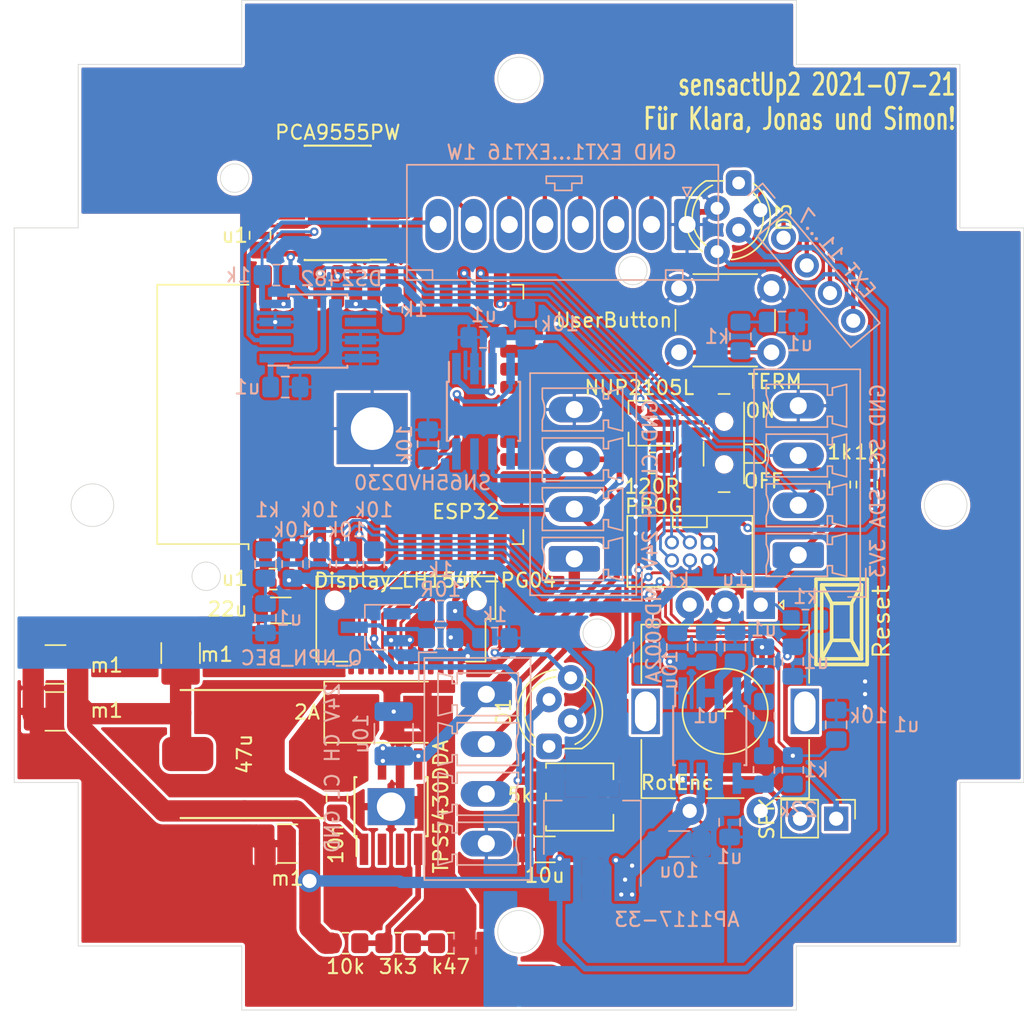
<source format=kicad_pcb>
(kicad_pcb (version 20171130) (host pcbnew "(5.1.8)-1")
  (layers (0 F.Cu signal) (31 B.Cu signal) (34 B.Paste user hide) (35 F.Paste user hide) (36 B.SilkS user hide) (37 F.SilkS user) (38 B.Mask user hide) (39 F.Mask user hide) (44 Edge.Cuts user))
  (net 0 "")
  (net 1 +24V)
  (net 2 ROT1_A)
  (net 3 ROT1_B)
  (net 4 IO0)
  (net 5 "Net-(C6-Pad1)")
  (net 6 +3V3)
  (net 7 EXT_SCL)
  (net 8 EXT_SDA)
  (net 9 RXD0)
  (net 10 TXD0)
  (net 11 EN)
  (net 12 "Net-(Q3-Pad1)")
  (net 13 "Net-(Q3-Pad3)")
  (net 14 "Net-(R3-Pad1)")
  (net 15 "Net-(R4-Pad1)")
  (net 16 "Net-(R5-Pad2)")
  (net 17 "Net-(R9-Pad1)")
  (net 18 SPK_OUT)
  (net 19 LCD_BL)
  (net 20 I2C_SDA)
  (net 21 I2C_SCL)
  (net 22 LCD_RES)
  (net 23 LCD_CLK)
  (net 24 LCD_DC)
  (net 25 LCD_MOSI)
  (net 26 CANR)
  (net 27 CANT)
  (net 28 CANH)
  (net 29 CANL)
  (net 30 1W)
  (net 31 GND)
  (net 32 /LEDK)
  (net 33 GNDD)
  (net 34 "Net-(C7-Pad2)")
  (net 35 "Net-(C7-Pad1)")
  (net 36 "Net-(C13-Pad2)")
  (net 37 /psu/SW)
  (net 38 "Net-(D1-Pad1)")
  (net 39 "Net-(IC1-Pad8)")
  (net 40 "Net-(IC1-Pad5)")
  (net 41 "Net-(IC1-Pad4)")
  (net 42 /psu/VSENSE)
  (net 43 "Net-(R11-Pad2)")
  (net 44 "Net-(U1-Pad32)")
  (net 45 "Net-(U1-Pad23)")
  (net 46 "Net-(U1-Pad22)")
  (net 47 "Net-(U1-Pad21)")
  (net 48 "Net-(U1-Pad20)")
  (net 49 "Net-(U1-Pad19)")
  (net 50 "Net-(U1-Pad18)")
  (net 51 "Net-(U1-Pad17)")
  (net 52 "Net-(U2-Pad3)")
  (net 53 "Net-(U2-Pad2)")
  (net 54 "Net-(U3-Pad6)")
  (net 55 "Net-(U4-Pad5)")
  (net 56 "Net-(C18-Pad1)")
  (net 57 +4V)
  (net 58 "Net-(U1-Pad16)")
  (net 59 LED)
  (net 60 EXT7)
  (net 61 EXT6)
  (net 62 EXT5)
  (net 63 EXT4)
  (net 64 EXT3)
  (net 65 EXT2)
  (net 66 EXT1)
  (net 67 "Net-(D3-Pad1)")
  (net 68 ROT1_S)
  (net 69 "Net-(C21-Pad1)")
  (net 70 "Net-(R19-Pad2)")
  (net 71 "Net-(SW4-Pad1)")
  (net 72 "Net-(U6-Pad20)")
  (net 73 "Net-(U6-Pad19)")
  (net 74 "Net-(U6-Pad18)")
  (net 75 "Net-(U6-Pad17)")
  (net 76 "Net-(U6-Pad4)")
  (net 77 EXT8)
  (net 78 "Net-(U1-Pad36)")
  (net 79 PCA_INT)
  (net 80 "Net-(U1-Pad30)")
  (net 81 "Net-(U1-Pad29)")
  (net 82 "Net-(U1-Pad28)")
  (net 83 EXT11)
  (net 84 EXT10)
  (net 85 EXT9)
  (module LED_THT:LED_D5.0mm-4_RGB_Staggered_Pins (layer F.Cu) (at 115.443 77.343 270)
    (fp_text reference D3 (at 2.413 -3.198 90) (layer F.SilkS))
    (fp_text value USER_LED)
    (pad 1 thru_hole roundrect (at 0 0 270) (size 1.8 1.8) (drill 0.9) (layers *.Cu *.Mask) (net 67 "Net-(D3-Pad1)"))
    (pad 2 thru_hole circle (at 1.778 1.524 270) (size 1.8 1.8) (drill 0.9) (layers *.Cu *.Mask) (net 33 GNDD))
    (pad 3 thru_hole circle (at 3.302 0 270) (size 1.8 1.8) (drill 0.9) (layers *.Cu *.Mask) (net 57 +4V))
    (pad 4 thru_hole circle (at 4.826 1.524 270) (size 1.8 1.8) (drill 0.9) (layers *.Cu *.Mask) (net 38 "Net-(D1-Pad1)"))
  )
  (module LED_THT:LED_D5.0mm-4_RGB_Staggered_Pins (layer F.Cu) (at 102.108 116.967 90)
    (fp_text reference D1 (at 2.413 -3.198 90) (layer F.SilkS))
    (fp_text value ROT_LED)
    (pad 1 thru_hole roundrect (at 0 0 90) (size 1.8 1.8) (drill 0.9) (layers *.Cu *.Mask) (net 38 "Net-(D1-Pad1)"))
    (pad 2 thru_hole circle (at 1.778 1.524 90) (size 1.8 1.8) (drill 0.9) (layers *.Cu *.Mask) (net 33 GNDD))
    (pad 3 thru_hole circle (at 3.302 0 90) (size 1.8 1.8) (drill 0.9) (layers *.Cu *.Mask) (net 57 +4V))
    (pad 4 thru_hole circle (at 4.826 1.524 90) (size 1.8 1.8) (drill 0.9) (layers *.Cu *.Mask) (net 59 LED))
  )
  (module liebler_SEMICONDUCTORS:TSSOP-24_4.4x7.8mm_Pitch0.65mm_handsolder (layer F.Cu) (at 87.249 78.74 180)
    (fp_text reference U6 hide)
    (fp_text value PCA9555PW (at 0 4.95) (layer F.SilkS))
    (pad 24 smd rect (at 3.3 -3.575 180) (size 2 0.4) (layers F.Cu F.Paste F.Mask) (net 6 +3V3))
    (pad 23 smd rect (at 3.3 -2.925 180) (size 2 0.4) (layers F.Cu F.Paste F.Mask) (net 20 I2C_SDA))
    (pad 22 smd rect (at 3.3 -2.275 180) (size 2 0.4) (layers F.Cu F.Paste F.Mask) (net 21 I2C_SCL))
    (pad 21 smd rect (at 3.3 -1.625 180) (size 2 0.4) (layers F.Cu F.Paste F.Mask) (net 33 GNDD))
    (pad 20 smd rect (at 3.3 -0.975 180) (size 2 0.4) (layers F.Cu F.Paste F.Mask) (net 72 "Net-(U6-Pad20)"))
    (pad 19 smd rect (at 3.3 -0.325 180) (size 2 0.4) (layers F.Cu F.Paste F.Mask) (net 73 "Net-(U6-Pad19)"))
    (pad 18 smd rect (at 3.3 0.325 180) (size 2 0.4) (layers F.Cu F.Paste F.Mask) (net 74 "Net-(U6-Pad18)"))
    (pad 17 smd rect (at 3.3 0.975 180) (size 2 0.4) (layers F.Cu F.Paste F.Mask) (net 75 "Net-(U6-Pad17)"))
    (pad 16 smd rect (at 3.3 1.625 180) (size 2 0.4) (layers F.Cu F.Paste F.Mask) (net 77 EXT8))
    (pad 15 smd rect (at 3.3 2.275 180) (size 2 0.4) (layers F.Cu F.Paste F.Mask) (net 85 EXT9))
    (pad 14 smd rect (at 3.3 2.925 180) (size 2 0.4) (layers F.Cu F.Paste F.Mask) (net 84 EXT10))
    (pad 12 smd rect (at -3.3 3.575 180) (size 2 0.4) (layers F.Cu F.Paste F.Mask) (net 33 GNDD))
    (pad 11 smd rect (at -3.3 2.925 180) (size 2 0.4) (layers F.Cu F.Paste F.Mask) (net 60 EXT7))
    (pad 10 smd rect (at -3.3 2.275 180) (size 2 0.4) (layers F.Cu F.Paste F.Mask) (net 66 EXT1))
    (pad 9 smd rect (at -3.3 1.625 180) (size 2 0.4) (layers F.Cu F.Paste F.Mask) (net 65 EXT2))
    (pad 8 smd rect (at -3.3 0.975 180) (size 2 0.4) (layers F.Cu F.Paste F.Mask) (net 64 EXT3))
    (pad 7 smd rect (at -3.3 0.325 180) (size 2 0.4) (layers F.Cu F.Paste F.Mask) (net 63 EXT4))
    (pad 6 smd rect (at -3.3 -0.325 180) (size 2 0.4) (layers F.Cu F.Paste F.Mask) (net 62 EXT5))
    (pad 5 smd rect (at -3.3 -0.975 180) (size 2 0.4) (layers F.Cu F.Paste F.Mask) (net 61 EXT6))
    (pad 4 smd rect (at -3.3 -1.625 180) (size 2 0.4) (layers F.Cu F.Paste F.Mask) (net 76 "Net-(U6-Pad4)"))
    (pad 3 smd rect (at -3.3 -2.275 180) (size 2 0.4) (layers F.Cu F.Paste F.Mask) (net 33 GNDD))
    (pad 2 smd rect (at -3.3 -2.925 180) (size 2 0.4) (layers F.Cu F.Paste F.Mask) (net 33 GNDD))
    (pad 13 smd rect (at 3.3 3.575 180) (size 2 0.4) (layers F.Cu F.Paste F.Mask) (net 83 EXT11))
    (pad 1 smd rect (at -3.3 -3.575 180) (size 2 0.4) (layers F.Cu F.Paste F.Mask) (net 79 PCA_INT))
  )
  (module Connector_PinHeader_2.54mm:PinHeader_1x05_P2.54mm_Vertical (layer B.Cu) (at 116.967 79.248 220)
    (fp_text reference J6 hide)
    (fp_text value "EXT 11...7" (at -2.126864 -5.763533 130) (layer B.SilkS) (effects (justify mirror)))
    (pad 5 thru_hole oval (at 0 -10.16 220) (size 1.7 1.7) (drill 1) (layers *.Cu *.Mask) (net 83 EXT11))
    (pad 4 thru_hole oval (at 0 -7.62 220) (size 1.7 1.7) (drill 1) (layers *.Cu *.Mask) (net 84 EXT10))
    (pad 3 thru_hole oval (at 0 -5.08 220) (size 1.7 1.7) (drill 1) (layers *.Cu *.Mask) (net 85 EXT9))
    (pad 2 thru_hole oval (at 0 -2.54 220) (size 1.8 1.6) (drill 1) (layers *.Cu *.Mask) (net 77 EXT8))
    (pad 1 thru_hole rect (at 0 0 220) (size 1.8 1.6) (drill 1) (layers *.Cu *.Mask) (net 60 EXT7))
  )
  (module liebler_CONN:PhoenixContact_MCV_0,5_8-G-2.5_1x08_P2.50mm_vertical (layer B.Cu) (at 111.814 80.264 180)
    (fp_text reference J4 hide)
    (fp_text value "GND EXT1...EXT16 1W" (at 8.817 5.08) (layer B.SilkS) (effects (justify mirror)))
    (pad 8 thru_hole oval (at 17.5 0 180) (size 1.8 3.6) (drill 1.2) (layers *.Cu *.Mask) (net 30 1W))
    (pad 7 thru_hole oval (at 15 0 180) (size 1.8 3.6) (drill 1.2) (layers *.Cu *.Mask) (net 61 EXT6))
    (pad 6 thru_hole oval (at 12.5 0 180) (size 1.8 3.6) (drill 1.2) (layers *.Cu *.Mask) (net 62 EXT5))
    (pad 5 thru_hole oval (at 10 0 180) (size 1.8 3.6) (drill 1.2) (layers *.Cu *.Mask) (net 63 EXT4))
    (pad 4 thru_hole oval (at 7.5 0 180) (size 1.8 3.6) (drill 1.2) (layers *.Cu *.Mask) (net 64 EXT3))
    (pad 3 thru_hole oval (at 5 0 180) (size 1.8 3.6) (drill 1.2) (layers *.Cu *.Mask) (net 65 EXT2))
    (pad 2 thru_hole oval (at 2.5 0 180) (size 1.8 3.6) (drill 1.2) (layers *.Cu *.Mask) (net 66 EXT1))
    (pad 1 thru_hole roundrect (at 0 0 180) (size 1.8 3.6) (drill 1.2) (layers *.Cu *.Mask) (roundrect_rratio 0.1388888888888889) (net 33 GNDD))
  )
  (module Capacitor_SMD:C_0805_2012Metric_Pad1.18x1.45mm_HandSolder (layer F.Cu) (at 81.788 81.026 90)
    (fp_text reference C22 hide)
    (fp_text value u1 (at 0 -1.778 180) (layer F.SilkS))
    (pad 2 smd roundrect (at 1.0375 0 90) (size 1.175 1.45) (layers F.Cu F.Paste F.Mask) (roundrect_rratio 0.2127659574468085) (net 33 GNDD))
    (pad 1 smd roundrect (at -1.0375 0 90) (size 1.175 1.45) (layers F.Cu F.Paste F.Mask) (roundrect_rratio 0.2127659574468085) (net 6 +3V3))
  )
  (module liebler_MECH:SW_SPDT_PCM12_handsolder (layer F.Cu) (at 114.097 95.631 90)
    (fp_text reference SW4 hide)
    (fp_text value TERM (at 4.318 3.886 180) (layer F.SilkS))
    (pad "" smd rect (at -4.15 -0.78 90) (size 2 0.8) (layers F.Cu F.Paste F.Mask))
    (pad "" smd rect (at 4.15 -0.78 90) (size 2 0.8) (layers F.Cu F.Paste F.Mask))
    (pad "" smd rect (at 4.15 1.43 90) (size 2 0.8) (layers F.Cu F.Paste F.Mask))
    (pad "" smd rect (at -4.15 1.43 90) (size 2 0.8) (layers F.Cu F.Paste F.Mask))
    (pad 3 smd rect (at 2.25 -1.68 90) (size 0.7 2) (layers F.Cu F.Paste F.Mask) (net 29 CANL))
    (pad 2 smd rect (at 0.75 -1.68 90) (size 0.7 2) (layers F.Cu F.Paste F.Mask) (net 70 "Net-(R19-Pad2)"))
    (pad 1 smd rect (at -2.25 -1.68 90) (size 0.7 2) (layers F.Cu F.Paste F.Mask) (net 71 "Net-(SW4-Pad1)"))
    (pad "" np_thru_hole circle (at 1.5 0.33 90) (size 0.9 0.9) (drill 0.9) (layers *.Cu *.Mask))
    (pad "" np_thru_hole circle (at -1.5 0.33 90) (size 0.9 0.9) (drill 0.9) (layers *.Cu *.Mask))
  )
  (module Resistor_SMD:R_0805_2012Metric_Pad1.20x1.40mm_HandSolder (layer F.Cu) (at 109.347 97.028)
    (fp_text reference R19 hide)
    (fp_text value 120R (at 0 1.65) (layer F.SilkS))
    (pad 2 smd roundrect (at 1 0) (size 1.2 1.4) (layers F.Cu F.Paste F.Mask) (roundrect_rratio 0.2083325) (net 70 "Net-(R19-Pad2)"))
    (pad 1 smd roundrect (at -1 0) (size 1.2 1.4) (layers F.Cu F.Paste F.Mask) (roundrect_rratio 0.2083325) (net 28 CANH))
  )
  (module Package_TO_SOT_SMD:SOT-23_Handsoldering (layer F.Cu) (at 108.458 94.234 180)
    (fp_text reference D4 hide)
    (fp_text value NUP2105L (at 0 2.5) (layer F.SilkS))
    (pad 3 smd rect (at 1.5 0 180) (size 1.9 0.8) (layers F.Cu F.Paste F.Mask) (net 33 GNDD))
    (pad 2 smd rect (at -1.5 0.95 180) (size 1.9 0.8) (layers F.Cu F.Paste F.Mask) (net 29 CANL))
    (pad 1 smd rect (at -1.5 -0.95 180) (size 1.9 0.8) (layers F.Cu F.Paste F.Mask) (net 28 CANH))
  )
  (module Resistor_SMD:R_0805_2012Metric_Pad1.20x1.40mm_HandSolder (layer B.Cu) (at 91.059 86.233 270)
    (fp_text reference R20 hide)
    (fp_text value 1k (at 0 -1.65 180) (layer B.SilkS) (effects (justify mirror)))
    (pad 2 smd roundrect (at 1 0 270) (size 1.2 1.4) (layers B.Cu B.Paste B.Mask) (roundrect_rratio 0.2083325) (net 20 I2C_SDA))
    (pad 1 smd roundrect (at -1 0 270) (size 1.2 1.4) (layers B.Cu B.Paste B.Mask) (roundrect_rratio 0.2083325) (net 6 +3V3))
  )
  (module Resistor_SMD:R_0805_2012Metric_Pad1.20x1.40mm_HandSolder (layer B.Cu) (at 100.457 87.249 90)
    (fp_text reference R18 hide)
    (fp_text value 10k (at 0 2.413 180) (layer B.SilkS) (effects (justify mirror)))
    (pad 2 smd roundrect (at 1 0 90) (size 1.2 1.4) (layers B.Cu B.Paste B.Mask) (roundrect_rratio 0.2083325) (net 4 IO0))
    (pad 1 smd roundrect (at -1 0 90) (size 1.2 1.4) (layers B.Cu B.Paste B.Mask) (roundrect_rratio 0.2083325) (net 6 +3V3))
  )
  (module Resistor_SMD:R_0805_2012Metric_Pad1.20x1.40mm_HandSolder (layer B.Cu) (at 115.57 88.138 90)
    (fp_text reference R16 hide)
    (fp_text value k1 (at 0 -1.65) (layer B.SilkS) (effects (justify mirror)))
    (pad 2 smd roundrect (at 1 0 90) (size 1.2 1.4) (layers B.Cu B.Paste B.Mask) (roundrect_rratio 0.2083325) (net 69 "Net-(C21-Pad1)"))
    (pad 1 smd roundrect (at -1 0 90) (size 1.2 1.4) (layers B.Cu B.Paste B.Mask) (roundrect_rratio 0.2083325) (net 4 IO0))
  )
  (module Capacitor_SMD:C_0805_2012Metric_Pad1.18x1.45mm_HandSolder (layer B.Cu) (at 118.491 87.122)
    (fp_text reference C21 hide)
    (fp_text value u1 (at 1.27 1.524) (layer B.SilkS) (effects (justify mirror)))
    (pad 2 smd roundrect (at 1.0375 0) (size 1.175 1.45) (layers B.Cu B.Paste B.Mask) (roundrect_rratio 0.2127659574468085) (net 33 GNDD))
    (pad 1 smd roundrect (at -1.0375 0) (size 1.175 1.45) (layers B.Cu B.Paste B.Mask) (roundrect_rratio 0.2127659574468085) (net 69 "Net-(C21-Pad1)"))
  )
  (module Button_Switch_THT:SW_PUSH_6mm_H13mm (layer F.Cu) (at 114.5 87 180)
    (fp_text reference SW3 hide)
    (fp_text value UserButton (at 7.82 0.005) (layer F.SilkS))
    (pad 1 thru_hole circle (at 3.25 -2.25 270) (size 2 2) (drill 1.1) (layers *.Cu *.Mask) (net 4 IO0))
    (pad 2 thru_hole circle (at 3.25 2.25 270) (size 2 2) (drill 1.1) (layers *.Cu *.Mask) (net 33 GNDD))
    (pad 1 thru_hole circle (at -3.25 -2.25 270) (size 2 2) (drill 1.1) (layers *.Cu *.Mask) (net 4 IO0))
    (pad 2 thru_hole circle (at -3.25 2.25 270) (size 2 2) (drill 1.1) (layers *.Cu *.Mask) (net 33 GNDD))
  )
  (module liebler_OPTO:Display_LH154K-PG04 (layer F.Cu) (at 92.041 111)
    (fp_text reference X1 hide)
    (fp_text value Display_LH154K-PG04 (at 2.066 -5.717) (layer F.SilkS))
    (pad 1 smd roundrect (at 3.85 0 180) (size 0.4 1.8) (layers F.Cu F.Paste F.Mask) (net 33 GNDD))
    (pad 2 smd roundrect (at 3.15 0 180) (size 0.4 1.8) (layers F.Cu F.Paste F.Mask) (net 32 /LEDK))
    (pad 3 smd roundrect (at 2.45 0 180) (size 0.4 1.8) (layers F.Cu F.Paste F.Mask) (net 6 +3V3))
    (pad 4 smd roundrect (at 1.75 0 180) (size 0.4 1.8) (layers F.Cu F.Paste F.Mask) (net 6 +3V3))
    (pad 5 smd roundrect (at 1.05 0 180) (size 0.4 1.8) (layers F.Cu F.Paste F.Mask) (net 33 GNDD))
    (pad 6 smd roundrect (at 0.35 0 180) (size 0.4 1.8) (layers F.Cu F.Paste F.Mask) (net 33 GNDD))
    (pad 7 smd roundrect (at -0.35 0 180) (size 0.4 1.8) (layers F.Cu F.Paste F.Mask) (net 24 LCD_DC))
    (pad 8 smd roundrect (at -1.05 0 180) (size 0.4 1.8) (layers F.Cu F.Paste F.Mask) (net 33 GNDD))
    (pad 9 smd roundrect (at -1.75 0 180) (size 0.4 1.8) (layers F.Cu F.Paste F.Mask) (net 23 LCD_CLK))
    (pad 10 smd roundrect (at -2.45 0 180) (size 0.4 1.8) (layers F.Cu F.Paste F.Mask) (net 25 LCD_MOSI))
    (pad 11 smd roundrect (at -3.15 0 180) (size 0.4 1.8) (layers F.Cu F.Paste F.Mask) (net 22 LCD_RES))
    (pad 12 smd roundrect (at -3.85 0 180) (size 0.4 1.8) (layers F.Cu F.Paste F.Mask) (net 33 GNDD))
    (pad "" np_thru_hole circle (at 5 -4.3) (size 1 1) (drill 1) (layers *.Cu *.Mask))
    (pad "" np_thru_hole circle (at -5 -4.3) (size 1 1) (drill 1) (layers *.Cu *.Mask))
  )
  (module NetTie:NetTie-2_SMD_Pad2.0mm (layer F.Cu) (at 100.2 133.3)
    (fp_text reference NT1 hide)
    (fp_text value Net-Tie_2 hide)
    (fp_poly (pts (xy -2 -1) (xy 2 -1) (xy 2 1) (xy -2 1)) (layer F.Cu) (width 0))
    (pad 2 smd circle (at 2 0) (size 2 2) (layers F.Cu) (net 33 GNDD))
    (pad 1 smd circle (at -2 0) (size 2 2) (layers F.Cu) (net 31 GND))
  )
  (module liebler_MODULES:ESP32-WROOM-32_HANDSOLDER (layer F.Cu) (at 90.424 93.616 90)
    (fp_text reference U1 hide)
    (fp_text value ESP32 (at -6.841 5.842 180) (layer F.SilkS))
    (pad 38 smd roundrect (at 9 -8.255 270) (size 3 0.9) (layers F.Cu F.Paste F.Mask) (net 33 GNDD))
    (pad 37 smd roundrect (at 9 -6.985 270) (size 3 0.9) (layers F.Cu F.Paste F.Mask) (net 21 I2C_SCL))
    (pad 36 smd roundrect (at 9 -5.715 270) (size 3 0.9) (layers F.Cu F.Paste F.Mask) (net 78 "Net-(U1-Pad36)"))
    (pad 35 smd roundrect (at 9 -4.445 270) (size 3 0.9) (layers F.Cu F.Paste F.Mask) (net 10 TXD0))
    (pad 34 smd roundrect (at 9 -3.175 270) (size 3 0.9) (layers F.Cu F.Paste F.Mask) (net 9 RXD0))
    (pad 33 smd roundrect (at 9 -1.905 270) (size 3 0.9) (layers F.Cu F.Paste F.Mask) (net 20 I2C_SDA))
    (pad 32 smd roundrect (at 9 -0.635 270) (size 3 0.9) (layers F.Cu F.Paste F.Mask) (net 44 "Net-(U1-Pad32)"))
    (pad 31 smd roundrect (at 9 0.635 270) (size 3 0.9) (layers F.Cu F.Paste F.Mask) (net 79 PCA_INT))
    (pad 30 smd roundrect (at 9 1.905 270) (size 3 0.9) (layers F.Cu F.Paste F.Mask) (net 80 "Net-(U1-Pad30)"))
    (pad 29 smd roundrect (at 9 3.175 270) (size 3 0.9) (layers F.Cu F.Paste F.Mask) (net 81 "Net-(U1-Pad29)"))
    (pad 28 smd roundrect (at 9 4.445 270) (size 3 0.9) (layers F.Cu F.Paste F.Mask) (net 82 "Net-(U1-Pad28)"))
    (pad 27 smd roundrect (at 9 5.715 270) (size 3 0.9) (layers F.Cu F.Paste F.Mask) (net 8 EXT_SDA))
    (pad 26 smd roundrect (at 9 6.985 270) (size 3 0.9) (layers F.Cu F.Paste F.Mask) (net 7 EXT_SCL))
    (pad 25 smd roundrect (at 9 8.255 270) (size 3 0.9) (layers F.Cu F.Paste F.Mask) (net 4 IO0))
    (pad 24 smd roundrect (at 5.715 9.755 180) (size 3 0.9) (layers F.Cu F.Paste F.Mask) (net 27 CANT))
    (pad 23 smd roundrect (at 4.445 9.755 180) (size 3 0.9) (layers F.Cu F.Paste F.Mask) (net 45 "Net-(U1-Pad23)"))
    (pad 22 smd roundrect (at 3.175 9.755 180) (size 3 0.9) (layers F.Cu F.Paste F.Mask) (net 46 "Net-(U1-Pad22)"))
    (pad 21 smd roundrect (at 1.905 9.755 180) (size 3 0.9) (layers F.Cu F.Paste F.Mask) (net 47 "Net-(U1-Pad21)"))
    (pad 20 smd roundrect (at 0.635 9.755 180) (size 3 0.9) (layers F.Cu F.Paste F.Mask) (net 48 "Net-(U1-Pad20)"))
    (pad 19 smd roundrect (at -0.635 9.755 180) (size 3 0.9) (layers F.Cu F.Paste F.Mask) (net 49 "Net-(U1-Pad19)"))
    (pad 18 smd roundrect (at -1.905 9.755 180) (size 3 0.9) (layers F.Cu F.Paste F.Mask) (net 50 "Net-(U1-Pad18)"))
    (pad 17 smd roundrect (at -3.175 9.755 180) (size 3 0.9) (layers F.Cu F.Paste F.Mask) (net 51 "Net-(U1-Pad17)"))
    (pad 16 smd roundrect (at -4.445 9.755 180) (size 3 0.9) (layers F.Cu F.Paste F.Mask) (net 58 "Net-(U1-Pad16)"))
    (pad 15 smd roundrect (at -5.715 9.755 180) (size 3 0.9) (layers F.Cu F.Paste F.Mask) (net 33 GNDD))
    (pad 14 smd roundrect (at -9 8.255 90) (size 3 0.9) (layers F.Cu F.Paste F.Mask) (net 59 LED))
    (pad 13 smd roundrect (at -9 6.985 90) (size 3 0.9) (layers F.Cu F.Paste F.Mask) (net 19 LCD_BL))
    (pad 12 smd roundrect (at -9 5.715 90) (size 3 0.9) (layers F.Cu F.Paste F.Mask) (net 24 LCD_DC))
    (pad 11 smd roundrect (at -9 4.445 90) (size 3 0.9) (layers F.Cu F.Paste F.Mask) (net 23 LCD_CLK))
    (pad 10 smd roundrect (at -9 3.175 90) (size 3 0.9) (layers F.Cu F.Paste F.Mask) (net 18 SPK_OUT))
    (pad 9 smd roundrect (at -9 1.905 90) (size 3 0.9) (layers F.Cu F.Paste F.Mask) (net 25 LCD_MOSI))
    (pad 8 smd roundrect (at -9 0.635 90) (size 3 0.9) (layers F.Cu F.Paste F.Mask) (net 22 LCD_RES))
    (pad 7 smd roundrect (at -9 -0.635 90) (size 3 0.9) (layers F.Cu F.Paste F.Mask) (net 26 CANR))
    (pad 6 smd roundrect (at -9 -1.905 90) (size 3 0.9) (layers F.Cu F.Paste F.Mask) (net 68 ROT1_S))
    (pad 5 smd roundrect (at -9 -3.175 90) (size 3 0.9) (layers F.Cu F.Paste F.Mask) (net 2 ROT1_A))
    (pad 4 smd roundrect (at -9 -4.445 90) (size 3 0.9) (layers F.Cu F.Paste F.Mask) (net 3 ROT1_B))
    (pad 3 smd roundrect (at -9 -5.715 90) (size 3 0.9) (layers F.Cu F.Paste F.Mask) (net 11 EN))
    (pad 2 smd roundrect (at -9 -6.985 90) (size 3 0.9) (layers F.Cu F.Paste F.Mask) (net 6 +3V3))
    (pad 1 smd roundrect (at -9 -8.255 90) (size 3 0.9) (layers F.Cu F.Paste F.Mask) (net 33 GNDD))
    (pad 39 thru_hole rect (at -1 -0.755 90) (size 5 5) (drill 3) (layers *.Cu *.Mask) (net 33 GNDD))
  )
  (module Resistor_SMD:R_0805_2012Metric_Pad1.20x1.40mm_HandSolder (layer B.Cu) (at 89.789 104.14 90)
    (fp_text reference R6 hide)
    (fp_text value 10k (at 3.81 0 180) (layer B.SilkS) (effects (justify mirror)))
    (pad 2 smd roundrect (at 1 0 90) (size 1.2 1.4) (layers B.Cu B.Paste B.Mask) (roundrect_rratio 0.2083325) (net 68 ROT1_S))
    (pad 1 smd roundrect (at -1 0 90) (size 1.2 1.4) (layers B.Cu B.Paste B.Mask) (roundrect_rratio 0.2083325) (net 6 +3V3))
  )
  (module Capacitor_SMD:C_1206_3216Metric_Pad1.33x1.80mm_HandSolder (layer B.Cu) (at 108.966 110.363 270)
    (fp_text reference C20 hide)
    (fp_text value 10u (at 1.226 -1.651 90) (layer B.SilkS) (effects (justify mirror)))
    (pad 2 smd roundrect (at 1.5625 0 270) (size 1.325 1.8) (layers B.Cu B.Paste B.Mask) (roundrect_rratio 0.1886784905660377) (net 33 GNDD))
    (pad 1 smd roundrect (at -1.5625 0 270) (size 1.325 1.8) (layers B.Cu B.Paste B.Mask) (roundrect_rratio 0.1886784905660377) (net 6 +3V3))
  )
  (module Capacitor_SMD:C_1206_3216Metric_Pad1.33x1.80mm_HandSolder (layer F.Cu) (at 101.8155 124.206 180)
    (fp_text reference C19 hide)
    (fp_text value 10u (at 0 -1.832 180) (layer F.SilkS))
    (pad 2 smd roundrect (at 1.5625 0 180) (size 1.325 1.8) (layers F.Cu F.Paste F.Mask) (roundrect_rratio 0.1886784905660377) (net 33 GNDD))
    (pad 1 smd roundrect (at -1.5625 0 180) (size 1.325 1.8) (layers F.Cu F.Paste F.Mask) (roundrect_rratio 0.1886784905660377) (net 57 +4V))
  )
  (module liebler_SEMICONDUCTORS:SOT-223-3_TabPin2_HANDSOLDER (layer B.Cu) (at 105.156 122.682 90)
    (fp_text reference U5 hide)
    (fp_text value AP1117-33 (at -6.454 5.944) (layer B.SilkS) (effects (justify mirror)))
    (pad 1 smd rect (at -3.65 2.3 90) (size 3 1.5) (layers B.Cu B.Paste B.Mask) (net 33 GNDD))
    (pad 3 smd rect (at -3.65 -2.3 90) (size 3 1.5) (layers B.Cu B.Paste B.Mask) (net 57 +4V))
    (pad 2 smd rect (at -3.65 0 90) (size 3 1.5) (layers B.Cu B.Paste B.Mask) (net 6 +3V3))
    (pad 2 smd rect (at 3.65 0 90) (size 3 3.8) (layers B.Cu B.Paste B.Mask) (net 6 +3V3))
  )
  (module liebler_SEMICONDUCTORS:SOIC-8_3.9x4.9mm_Pitch1.27mm_pad_handsolder (layer F.Cu) (at 91 121.2 90)
    (fp_text reference U2 hide)
    (fp_text value TPS5430DDA (at 0 3.5 90) (layer F.SilkS))
    (pad 9 thru_hole trapezoid (at 0 0 90) (size 2.6 3.3) (drill 2) (layers *.Cu *.Mask) (net 31 GND))
    (pad 8 smd rect (at 3 -1.905 90) (size 2.2 0.6) (layers F.Cu F.Paste F.Mask) (net 37 /psu/SW))
    (pad 7 smd rect (at 3 -0.635 90) (size 2.2 0.6) (layers F.Cu F.Paste F.Mask) (net 1 +24V))
    (pad 6 smd rect (at 3 0.635 90) (size 2.2 0.6) (layers F.Cu F.Paste F.Mask) (net 31 GND))
    (pad 5 smd rect (at 3 1.905 90) (size 2.2 0.6) (layers F.Cu F.Paste F.Mask) (net 1 +24V))
    (pad 4 smd rect (at -3 1.905 90) (size 2.2 0.6) (layers F.Cu F.Paste F.Mask) (net 42 /psu/VSENSE))
    (pad 3 smd rect (at -3 0.635 90) (size 2.2 0.6) (layers F.Cu F.Paste F.Mask) (net 52 "Net-(U2-Pad3)"))
    (pad 2 smd rect (at -3 -0.635 90) (size 2.2 0.6) (layers F.Cu F.Paste F.Mask) (net 53 "Net-(U2-Pad2)"))
    (pad 1 smd rect (at -3 -1.905 90) (size 2.2 0.6) (layers F.Cu F.Paste F.Mask) (net 36 "Net-(C13-Pad2)"))
  )
  (module smopla:RotaryEncoder_Alps_EC11E-Switch_Vertical_H20mm (layer F.Cu) (at 114.5 114.5 270)
    (fp_text reference SW1 hide)
    (fp_text value RotEnc (at 5.007 3.375 180) (layer F.SilkS))
    (pad A thru_hole rect (at -7.5 -2.5 270) (size 2 2) (drill 1) (layers *.Cu *.Mask) (net 14 "Net-(R3-Pad1)"))
    (pad C thru_hole circle (at -7.5 0 270) (size 2 2) (drill 1) (layers *.Cu *.Mask) (net 33 GNDD))
    (pad B thru_hole circle (at -7.5 2.5 270) (size 2 2) (drill 1) (layers *.Cu *.Mask) (net 15 "Net-(R4-Pad1)"))
    (pad MP thru_hole rect (at 0 -5.6 270) (size 3.2 2) (drill oval 2.8 1.5) (layers *.Cu *.Mask))
    (pad MP thru_hole rect (at 0 5.6 270) (size 3.2 2) (drill oval 2.8 1.5) (layers *.Cu *.Mask))
    (pad S2 thru_hole circle (at 7 -2.5 270) (size 2 2) (drill 1) (layers *.Cu *.Mask) (net 16 "Net-(R5-Pad2)"))
    (pad S1 thru_hole circle (at 7 2.5 270) (size 2 2) (drill 1) (layers *.Cu *.Mask) (net 33 GNDD))
  )
  (module sensact:smd_push_handsolder (layer F.Cu) (at 122.682 108.204 90)
    (fp_text reference SW2 hide)
    (fp_text value Reset (at 0 2.79908 90) (layer F.SilkS) (effects (font (size 1.143 1.27) (thickness 0.1524))))
    (pad 2 smd rect (at 4 0 90) (size 2 1.5) (layers F.Cu F.Paste F.Mask) (net 11 EN))
    (pad 1 smd rect (at -4 0 90) (size 2 1.5) (layers F.Cu F.Paste F.Mask) (net 33 GNDD))
  )
  (module Resistor_SMD:R_0805_2012Metric_Pad1.20x1.40mm_HandSolder (layer B.Cu) (at 84.074 104.14 90)
    (fp_text reference R15 hide)
    (fp_text value 10k (at 2.413 0 180) (layer B.SilkS) (effects (justify mirror)))
    (pad 2 smd roundrect (at 1 0 90) (size 1.2 1.4) (layers B.Cu B.Paste B.Mask) (roundrect_rratio 0.2083325) (net 11 EN))
    (pad 1 smd roundrect (at -1 0 90) (size 1.2 1.4) (layers B.Cu B.Paste B.Mask) (roundrect_rratio 0.2083325) (net 6 +3V3))
  )
  (module Resistor_SMD:R_0805_2012Metric_Pad1.20x1.40mm_HandSolder (layer B.Cu) (at 82.169 104.14 270)
    (fp_text reference R14 hide)
    (fp_text value k1 (at -3.81 -0.127) (layer B.SilkS) (effects (justify mirror)))
    (pad 2 smd roundrect (at 1 0 270) (size 1.2 1.4) (layers B.Cu B.Paste B.Mask) (roundrect_rratio 0.2083325) (net 56 "Net-(C18-Pad1)"))
    (pad 1 smd roundrect (at -1 0 270) (size 1.2 1.4) (layers B.Cu B.Paste B.Mask) (roundrect_rratio 0.2083325) (net 11 EN))
  )
  (module Capacitor_SMD:C_0805_2012Metric_Pad1.18x1.45mm_HandSolder (layer B.Cu) (at 82.169 107.95 270)
    (fp_text reference C18 hide)
    (fp_text value u1 (at 0 -1.68) (layer B.SilkS) (effects (justify mirror)))
    (pad 2 smd roundrect (at 1.0375 0 270) (size 1.175 1.45) (layers B.Cu B.Paste B.Mask) (roundrect_rratio 0.2127659574468085) (net 33 GNDD))
    (pad 1 smd roundrect (at -1.0375 0 270) (size 1.175 1.45) (layers B.Cu B.Paste B.Mask) (roundrect_rratio 0.2127659574468085) (net 56 "Net-(C18-Pad1)"))
  )
  (module Capacitor_SMD:C_0805_2012Metric_Pad1.18x1.45mm_HandSolder (layer B.Cu) (at 83.566 91.694)
    (fp_text reference C9 hide)
    (fp_text value u1 (at -2.667 0 180) (layer B.SilkS) (effects (justify mirror)))
    (pad 2 smd roundrect (at 1.0375 0) (size 1.175 1.45) (layers B.Cu B.Paste B.Mask) (roundrect_rratio 0.2127659574468085) (net 33 GNDD))
    (pad 1 smd roundrect (at -1.0375 0) (size 1.175 1.45) (layers B.Cu B.Paste B.Mask) (roundrect_rratio 0.2127659574468085) (net 6 +3V3))
  )
  (module Capacitor_SMD:C_0805_2012Metric_Pad1.18x1.45mm_HandSolder (layer B.Cu) (at 117.221 110.998 90)
    (fp_text reference C7 hide)
    (fp_text value u1 (at 2.286 0 180) (layer B.SilkS) (effects (justify mirror)))
    (pad 2 smd roundrect (at 1.0375 0 90) (size 1.175 1.45) (layers B.Cu B.Paste B.Mask) (roundrect_rratio 0.2127659574468085) (net 34 "Net-(C7-Pad2)"))
    (pad 1 smd roundrect (at -1.0375 0 90) (size 1.175 1.45) (layers B.Cu B.Paste B.Mask) (roundrect_rratio 0.2127659574468085) (net 35 "Net-(C7-Pad1)"))
  )
  (module Resistor_SMD:R_0805_2012Metric_Pad1.20x1.40mm_HandSolder (layer B.Cu) (at 117.221 118.618 90)
    (fp_text reference R8 hide)
    (fp_text value 22k (at -2.794 2.413 180) (layer B.SilkS) (effects (justify mirror)))
    (pad 2 smd roundrect (at 1 0 90) (size 1.2 1.4) (layers B.Cu B.Paste B.Mask) (roundrect_rratio 0.2083325) (net 41 "Net-(IC1-Pad4)"))
    (pad 1 smd roundrect (at -1 0 90) (size 1.2 1.4) (layers B.Cu B.Paste B.Mask) (roundrect_rratio 0.2083325) (net 40 "Net-(IC1-Pad5)"))
  )
  (module Resistor_SMD:R_0805_2012Metric_Pad1.20x1.40mm_HandSolder (layer B.Cu) (at 117.221 114.808 90)
    (fp_text reference R7 hide)
    (fp_text value 10k (at 0 7.366 180) (layer B.SilkS) (effects (justify mirror)))
    (pad 2 smd roundrect (at 1 0 90) (size 1.2 1.4) (layers B.Cu B.Paste B.Mask) (roundrect_rratio 0.2083325) (net 35 "Net-(C7-Pad1)"))
    (pad 1 smd roundrect (at -1 0 90) (size 1.2 1.4) (layers B.Cu B.Paste B.Mask) (roundrect_rratio 0.2083325) (net 41 "Net-(IC1-Pad4)"))
  )
  (module Capacitor_SMD:C_0805_2012Metric_Pad1.18x1.45mm_HandSolder (layer B.Cu) (at 115.189 109.982 90)
    (fp_text reference C6 hide)
    (fp_text value 1u (at 4.826 0) (layer B.SilkS) (effects (justify mirror)))
    (pad 2 smd roundrect (at 1.0375 0 90) (size 1.175 1.45) (layers B.Cu B.Paste B.Mask) (roundrect_rratio 0.2127659574468085) (net 33 GNDD))
    (pad 1 smd roundrect (at -1.0375 0 90) (size 1.175 1.45) (layers B.Cu B.Paste B.Mask) (roundrect_rratio 0.2127659574468085) (net 5 "Net-(C6-Pad1)"))
  )
  (module Capacitor_SMD:C_0805_2012Metric_Pad1.18x1.45mm_HandSolder (layer B.Cu) (at 114.808 122.301 270)
    (fp_text reference C8 hide)
    (fp_text value u1 (at 2.413 0 180) (layer B.SilkS) (effects (justify mirror)))
    (pad 2 smd roundrect (at 1.0375 0 270) (size 1.175 1.45) (layers B.Cu B.Paste B.Mask) (roundrect_rratio 0.2127659574468085) (net 33 GNDD))
    (pad 1 smd roundrect (at -1.0375 0 270) (size 1.175 1.45) (layers B.Cu B.Paste B.Mask) (roundrect_rratio 0.2127659574468085) (net 6 +3V3))
  )
  (module Potentiometer_SMD:Potentiometer_Bourns_3314G_Vertical (layer F.Cu) (at 104.267 120.523 90)
    (fp_text reference RV1 hide)
    (fp_text value 5k (at 0.127 -4.191) (layer F.SilkS))
    (pad 3 smd rect (at -1.15 -2.75 90) (size 1.3 1.3) (layers F.Cu F.Paste F.Mask) (net 33 GNDD))
    (pad 2 smd rect (at 0 2.75 90) (size 2 1.3) (layers F.Cu F.Paste F.Mask) (net 34 "Net-(C7-Pad2)"))
    (pad 1 smd rect (at 1.15 -2.75 90) (size 1.3 1.3) (layers F.Cu F.Paste F.Mask) (net 18 SPK_OUT))
  )
  (module Resistor_SMD:R_0805_2012Metric_Pad1.20x1.40mm_HandSolder (layer F.Cu) (at 95.2 130.8)
    (fp_text reference R12 hide)
    (fp_text value k47 (at 0 1.65) (layer F.SilkS))
    (pad 2 smd roundrect (at 1 0) (size 1.2 1.4) (layers F.Cu F.Paste F.Mask) (roundrect_rratio 0.2083325) (net 31 GND))
    (pad 1 smd roundrect (at -1 0) (size 1.2 1.4) (layers F.Cu F.Paste F.Mask) (roundrect_rratio 0.2083325) (net 43 "Net-(R11-Pad2)"))
  )
  (module Resistor_SMD:R_0805_2012Metric_Pad1.20x1.40mm_HandSolder (layer F.Cu) (at 91.5 130.8)
    (fp_text reference R11 hide)
    (fp_text value 3k3 (at 0 1.65) (layer F.SilkS))
    (pad 2 smd roundrect (at 1 0) (size 1.2 1.4) (layers F.Cu F.Paste F.Mask) (roundrect_rratio 0.2083325) (net 43 "Net-(R11-Pad2)"))
    (pad 1 smd roundrect (at -1 0) (size 1.2 1.4) (layers F.Cu F.Paste F.Mask) (roundrect_rratio 0.2083325) (net 42 /psu/VSENSE))
  )
  (module Resistor_SMD:R_0805_2012Metric_Pad1.20x1.40mm_HandSolder (layer F.Cu) (at 87.8 130.8)
    (fp_text reference R10 hide)
    (fp_text value 10k (at 0 1.65) (layer F.SilkS))
    (pad 2 smd roundrect (at 1 0) (size 1.2 1.4) (layers F.Cu F.Paste F.Mask) (roundrect_rratio 0.2083325) (net 42 /psu/VSENSE))
    (pad 1 smd roundrect (at -1 0) (size 1.2 1.4) (layers F.Cu F.Paste F.Mask) (roundrect_rratio 0.2083325) (net 57 +4V))
  )
  (module liebler_PASSIVES:Inductor_CDRH104_handsolder (layer F.Cu) (at 81.2 117.5 90)
    (fp_text reference L1 hide)
    (fp_text value 47u (at 0 -0.5 90) (layer F.SilkS))
    (pad 2 smd roundrect (at 0 4.5 90) (size 2.4 3.6) (layers F.Cu F.Paste F.Mask) (net 37 /psu/SW))
    (pad 1 smd roundrect (at 0 -4.5 90) (size 2.4 3.6) (layers F.Cu F.Paste F.Mask) (net 57 +4V))
  )
  (module Connector_PinHeader_2.54mm:PinHeader_1x02_P2.54mm_Vertical (layer F.Cu) (at 122.301 122.047 270)
    (fp_text reference J7 hide)
    (fp_text value SPK (at 0 4.87 90) (layer F.SilkS))
    (pad 2 thru_hole oval (at 0 2.54 270) (size 1.7 1.7) (drill 1) (layers *.Cu *.Mask) (net 39 "Net-(IC1-Pad8)"))
    (pad 1 thru_hole rect (at 0 0 270) (size 1.7 1.7) (drill 1) (layers *.Cu *.Mask) (net 40 "Net-(IC1-Pad5)"))
  )
  (module Connector_Phoenix_MC:PhoenixContact_MCV_1,5_4-G-3.5_1x04_P3.50mm_Vertical (layer B.Cu) (at 97.7 113.3 270)
    (fp_text reference J5 hide)
    (fp_text value "24V CH CL GND" (at 5.191 10.832 270) (layer B.SilkS) (effects (justify mirror)))
    (pad 4 thru_hole oval (at 10.5 0 270) (size 1.8 3.6) (drill 1.2) (layers *.Cu *.Mask) (net 33 GNDD))
    (pad 3 thru_hole oval (at 7 0 270) (size 1.8 3.6) (drill 1.2) (layers *.Cu *.Mask) (net 29 CANL))
    (pad 2 thru_hole oval (at 3.5 0 270) (size 1.8 3.6) (drill 1.2) (layers *.Cu *.Mask) (net 28 CANH))
    (pad 1 thru_hole roundrect (at 0 0 270) (size 1.8 3.6) (drill 1.2) (layers *.Cu *.Mask) (roundrect_rratio 0.1388888888888889) (net 1 +24V))
  )
  (module Connector_Phoenix_MC:PhoenixContact_MCV_1,5_4-G-3.5_1x04_P3.50mm_Vertical (layer B.Cu) (at 119.634 103.505 90)
    (fp_text reference J3 hide)
    (fp_text value "GND SCL SDA 3V3" (at 5.207 5.588 270) (layer B.SilkS) (effects (justify mirror)))
    (pad 4 thru_hole oval (at 10.5 0 90) (size 1.8 3.6) (drill 1.2) (layers *.Cu *.Mask) (net 33 GNDD))
    (pad 3 thru_hole oval (at 7 0 90) (size 1.8 3.6) (drill 1.2) (layers *.Cu *.Mask) (net 7 EXT_SCL))
    (pad 2 thru_hole oval (at 3.5 0 90) (size 1.8 3.6) (drill 1.2) (layers *.Cu *.Mask) (net 8 EXT_SDA))
    (pad 1 thru_hole roundrect (at 0 0 90) (size 1.8 3.6) (drill 1.2) (layers *.Cu *.Mask) (roundrect_rratio 0.1388888888888889) (net 6 +3V3))
  )
  (module liebler_CONN:IDC_2x03_P1.27mm_Vertical (layer F.Cu) (at 112.014 103.251 270)
    (fp_text reference J1 hide)
    (fp_text value PROG (at -3.175 2.54 180) (layer F.SilkS))
    (pad 6 thru_hole oval (at 0.635 1.27 270) (size 1 1) (drill 0.65) (layers *.Cu *.Mask) (net 4 IO0))
    (pad 5 thru_hole oval (at -0.635 1.27 270) (size 1 1) (drill 0.65) (layers *.Cu *.Mask) (net 9 RXD0))
    (pad 4 thru_hole oval (at 0.635 0 270) (size 1 1) (drill 0.65) (layers *.Cu *.Mask) (net 33 GNDD))
    (pad 3 thru_hole oval (at -0.635 0 270) (size 1 1) (drill 0.65) (layers *.Cu *.Mask) (net 10 TXD0))
    (pad 2 thru_hole oval (at 0.635 -1.27 270) (size 1 1) (drill 0.65) (layers *.Cu *.Mask) (net 6 +3V3))
    (pad 1 thru_hole rect (at -0.635 -1.27 270) (size 1 1) (drill 0.65) (layers *.Cu *.Mask) (net 11 EN))
  )
  (module sensact:SOIC-8_3.9x4.9mm_Pitch1.27mm_handsolder (layer B.Cu) (at 113.411 116.205 270)
    (fp_text reference IC1 hide)
    (fp_text value MD8002A (at -7.112 3.937 90) (layer B.SilkS) (effects (justify mirror)))
    (pad 8 smd rect (at 3 1.905 270) (size 2.2 0.6) (layers B.Cu B.Paste B.Mask) (net 39 "Net-(IC1-Pad8)"))
    (pad 7 smd rect (at 3 0.635 270) (size 2.2 0.6) (layers B.Cu B.Paste B.Mask) (net 33 GNDD))
    (pad 6 smd rect (at 3 -0.635 270) (size 2.2 0.6) (layers B.Cu B.Paste B.Mask) (net 6 +3V3))
    (pad 5 smd rect (at 3 -1.905 270) (size 2.2 0.6) (layers B.Cu B.Paste B.Mask) (net 40 "Net-(IC1-Pad5)"))
    (pad 4 smd rect (at -3 -1.905 270) (size 2.2 0.6) (layers B.Cu B.Paste B.Mask) (net 41 "Net-(IC1-Pad4)"))
    (pad 3 smd rect (at -3 -0.635 270) (size 2.2 0.6) (layers B.Cu B.Paste B.Mask) (net 5 "Net-(C6-Pad1)"))
    (pad 2 smd rect (at -3 0.635 270) (size 2.2 0.6) (layers B.Cu B.Paste B.Mask) (net 5 "Net-(C6-Pad1)"))
    (pad 1 smd rect (at -3 1.905 270) (size 2.2 0.6) (layers B.Cu B.Paste B.Mask) (net 33 GNDD))
  )
  (module Diode_SMD:D_SMB_Handsoldering (layer F.Cu) (at 90.9 114.554)
    (fp_text reference D2 hide)
    (fp_text value 2A (at -5.81 0) (layer F.SilkS))
    (pad 2 smd rect (at 2.7 0) (size 3.5 2.3) (layers F.Cu F.Paste F.Mask) (net 31 GND))
    (pad 1 smd rect (at -2.7 0) (size 3.5 2.3) (layers F.Cu F.Paste F.Mask) (net 37 /psu/SW))
  )
  (module Capacitor_SMD:C_1210_3225Metric_Pad1.33x2.70mm_HandSolder (layer F.Cu) (at 76.2 110.4 90)
    (fp_text reference C17 hide)
    (fp_text value m1 (at -0.09 2.54 180) (layer F.SilkS))
    (pad 2 smd roundrect (at 1.5625 0 90) (size 1.325 2.7) (layers F.Cu F.Paste F.Mask) (roundrect_rratio 0.1886784905660377) (net 31 GND))
    (pad 1 smd roundrect (at -1.5625 0 90) (size 1.325 2.7) (layers F.Cu F.Paste F.Mask) (roundrect_rratio 0.1886784905660377) (net 57 +4V))
  )
  (module Capacitor_SMD:C_1210_3225Metric_Pad1.33x2.70mm_HandSolder (layer F.Cu) (at 67.4 114.5 180)
    (fp_text reference C16 hide)
    (fp_text value m1 (at -3.593 0.073) (layer F.SilkS))
    (pad 2 smd roundrect (at 1.5625 0 180) (size 1.325 2.7) (layers F.Cu F.Paste F.Mask) (roundrect_rratio 0.1886784905660377) (net 31 GND))
    (pad 1 smd roundrect (at -1.5625 0 180) (size 1.325 2.7) (layers F.Cu F.Paste F.Mask) (roundrect_rratio 0.1886784905660377) (net 57 +4V))
  )
  (module Capacitor_SMD:C_1210_3225Metric_Pad1.33x2.70mm_HandSolder (layer F.Cu) (at 67.4 111.2 180)
    (fp_text reference C15 hide)
    (fp_text value m1 (at -3.593 -0.052) (layer F.SilkS))
    (pad 2 smd roundrect (at 1.5625 0 180) (size 1.325 2.7) (layers F.Cu F.Paste F.Mask) (roundrect_rratio 0.1886784905660377) (net 31 GND))
    (pad 1 smd roundrect (at -1.5625 0 180) (size 1.325 2.7) (layers F.Cu F.Paste F.Mask) (roundrect_rratio 0.1886784905660377) (net 57 +4V))
  )
  (module Capacitor_SMD:C_1210_3225Metric_Pad1.33x2.70mm_HandSolder (layer F.Cu) (at 83.7 123.8 180)
    (fp_text reference C14 hide)
    (fp_text value m1 (at 0 -2.438) (layer F.SilkS))
    (pad 2 smd roundrect (at 1.5625 0 180) (size 1.325 2.7) (layers F.Cu F.Paste F.Mask) (roundrect_rratio 0.1886784905660377) (net 31 GND))
    (pad 1 smd roundrect (at -1.5625 0 180) (size 1.325 2.7) (layers F.Cu F.Paste F.Mask) (roundrect_rratio 0.1886784905660377) (net 57 +4V))
  )
  (module Capacitor_SMD:C_0805_2012Metric_Pad1.18x1.45mm_HandSolder (layer F.Cu) (at 87.2 120.6 270)
    (fp_text reference C13 hide)
    (fp_text value 10n (at 3.225 0.078 90) (layer F.SilkS))
    (pad 2 smd roundrect (at 1.0375 0 270) (size 1.175 1.45) (layers F.Cu F.Paste F.Mask) (roundrect_rratio 0.2127659574468085) (net 36 "Net-(C13-Pad2)"))
    (pad 1 smd roundrect (at -1.0375 0 270) (size 1.175 1.45) (layers F.Cu F.Paste F.Mask) (roundrect_rratio 0.2127659574468085) (net 37 /psu/SW))
  )
  (module Capacitor_SMD:C_1210_3225Metric_Pad1.33x2.70mm_HandSolder (layer B.Cu) (at 91.186 116.078 90)
    (fp_text reference C12 hide)
    (fp_text value 10u (at 0 -2.3 90) (layer B.SilkS) (effects (justify mirror)))
    (pad 2 smd roundrect (at 1.5625 0 90) (size 1.325 2.7) (layers B.Cu B.Paste B.Mask) (roundrect_rratio 0.1886784905660377) (net 31 GND))
    (pad 1 smd roundrect (at -1.5625 0 90) (size 1.325 2.7) (layers B.Cu B.Paste B.Mask) (roundrect_rratio 0.1886784905660377) (net 1 +24V))
  )
  (module Capacitor_SMD:C_1206_3216Metric_Pad1.33x1.80mm_HandSolder (layer B.Cu) (at 111.252 123.825 180)
    (fp_text reference C11 hide)
    (fp_text value 10u (at 0 -1.85) (layer B.SilkS) (effects (justify mirror)))
    (pad 2 smd roundrect (at 1.5625 0 180) (size 1.325 1.8) (layers B.Cu B.Paste B.Mask) (roundrect_rratio 0.1886784905660377) (net 33 GNDD))
    (pad 1 smd roundrect (at -1.5625 0 180) (size 1.325 1.8) (layers B.Cu B.Paste B.Mask) (roundrect_rratio 0.1886784905660377) (net 6 +3V3))
  )
  (module Capacitor_SMD:C_0805_2012Metric_Pad1.18x1.45mm_HandSolder (layer F.Cu) (at 82.7 105.2 180)
    (fp_text reference C2 hide)
    (fp_text value u1 (at 2.69 0.044) (layer F.SilkS))
    (pad 2 smd roundrect (at 1.0375 0 180) (size 1.175 1.45) (layers F.Cu F.Paste F.Mask) (roundrect_rratio 0.2127659574468085) (net 33 GNDD))
    (pad 1 smd roundrect (at -1.0375 0 180) (size 1.175 1.45) (layers F.Cu F.Paste F.Mask) (roundrect_rratio 0.2127659574468085) (net 6 +3V3))
  )
  (module Capacitor_SMD:C_1206_3216Metric_Pad1.33x1.80mm_HandSolder (layer F.Cu) (at 83.242 107.4 180)
    (fp_text reference C1 hide)
    (fp_text value 22u (at 3.74 0.085) (layer F.SilkS))
    (pad 2 smd roundrect (at 1.5625 0 180) (size 1.325 1.8) (layers F.Cu F.Paste F.Mask) (roundrect_rratio 0.1886784905660377) (net 33 GNDD))
    (pad 1 smd roundrect (at -1.5625 0 180) (size 1.325 1.8) (layers F.Cu F.Paste F.Mask) (roundrect_rratio 0.1886784905660377) (net 6 +3V3))
  )
  (module sensact:SOIC-8_3.9x4.9mm_Pitch1.27mm_handsolder (layer B.Cu) (at 97.5 93.4 270)
    (fp_text reference U4 hide)
    (fp_text value SN65HVD230 (at 5.025 4.282 180) (layer B.SilkS) (effects (justify mirror)))
    (pad 8 smd rect (at 3 1.905 270) (size 2.2 0.6) (layers B.Cu B.Paste B.Mask) (net 17 "Net-(R9-Pad1)"))
    (pad 7 smd rect (at 3 0.635 270) (size 2.2 0.6) (layers B.Cu B.Paste B.Mask) (net 28 CANH))
    (pad 6 smd rect (at 3 -0.635 270) (size 2.2 0.6) (layers B.Cu B.Paste B.Mask) (net 29 CANL))
    (pad 5 smd rect (at 3 -1.905 270) (size 2.2 0.6) (layers B.Cu B.Paste B.Mask) (net 55 "Net-(U4-Pad5)"))
    (pad 4 smd rect (at -3 -1.905 270) (size 2.2 0.6) (layers B.Cu B.Paste B.Mask) (net 26 CANR))
    (pad 3 smd rect (at -3 -0.635 270) (size 2.2 0.6) (layers B.Cu B.Paste B.Mask) (net 6 +3V3))
    (pad 2 smd rect (at -3 0.635 270) (size 2.2 0.6) (layers B.Cu B.Paste B.Mask) (net 33 GNDD))
    (pad 1 smd rect (at -3 1.905 270) (size 2.2 0.6) (layers B.Cu B.Paste B.Mask) (net 27 CANT))
  )
  (module sensact:SOIC-8_3.9x4.9mm_Pitch1.27mm_handsolder (layer B.Cu) (at 85.852 87.757)
    (fp_text reference U3 hide)
    (fp_text value DS2482 (at 1.651 -3.683) (layer B.SilkS) (effects (justify mirror)))
    (pad 8 smd rect (at 3 1.905) (size 2.2 0.6) (layers B.Cu B.Paste B.Mask) (net 33 GNDD))
    (pad 7 smd rect (at 3 0.635) (size 2.2 0.6) (layers B.Cu B.Paste B.Mask) (net 33 GNDD))
    (pad 6 smd rect (at 3 -0.635) (size 2.2 0.6) (layers B.Cu B.Paste B.Mask) (net 54 "Net-(U3-Pad6)"))
    (pad 5 smd rect (at 3 -1.905) (size 2.2 0.6) (layers B.Cu B.Paste B.Mask) (net 20 I2C_SDA))
    (pad 4 smd rect (at -3 -1.905) (size 2.2 0.6) (layers B.Cu B.Paste B.Mask) (net 21 I2C_SCL))
    (pad 3 smd rect (at -3 -0.635) (size 2.2 0.6) (layers B.Cu B.Paste B.Mask) (net 33 GNDD))
    (pad 2 smd rect (at -3 0.635) (size 2.2 0.6) (layers B.Cu B.Paste B.Mask) (net 30 1W))
    (pad 1 smd rect (at -3 1.905) (size 2.2 0.6) (layers B.Cu B.Paste B.Mask) (net 6 +3V3))
  )
  (module Resistor_SMD:R_0805_2012Metric_Pad1.20x1.40mm_HandSolder (layer B.Cu) (at 98.298 109.347)
    (fp_text reference R52 hide)
    (fp_text value 1k (at 0 -1.65 180) (layer B.SilkS) (effects (justify mirror)))
    (pad 2 smd roundrect (at 1 0) (size 1.2 1.4) (layers B.Cu B.Paste B.Mask) (roundrect_rratio 0.2083325) (net 33 GNDD))
    (pad 1 smd roundrect (at -1 0) (size 1.2 1.4) (layers B.Cu B.Paste B.Mask) (roundrect_rratio 0.2083325) (net 19 LCD_BL))
  )
  (module Resistor_SMD:R_0805_2012Metric_Pad1.20x1.40mm_HandSolder (layer F.Cu) (at 122.555 98.552 90)
    (fp_text reference R23 hide)
    (fp_text value 1k (at 2.286 0 180) (layer F.SilkS))
    (pad 2 smd roundrect (at 1 0 90) (size 1.2 1.4) (layers F.Cu F.Paste F.Mask) (roundrect_rratio 0.2083325) (net 7 EXT_SCL))
    (pad 1 smd roundrect (at -1 0 90) (size 1.2 1.4) (layers F.Cu F.Paste F.Mask) (roundrect_rratio 0.2083325) (net 6 +3V3))
  )
  (module Resistor_SMD:R_0805_2012Metric_Pad1.20x1.40mm_HandSolder (layer F.Cu) (at 124.46 98.552 90)
    (fp_text reference R22 hide)
    (fp_text value 1k (at 2.286 0 180) (layer F.SilkS))
    (pad 2 smd roundrect (at 1 0 90) (size 1.2 1.4) (layers F.Cu F.Paste F.Mask) (roundrect_rratio 0.2083325) (net 8 EXT_SDA))
    (pad 1 smd roundrect (at -1 0 90) (size 1.2 1.4) (layers F.Cu F.Paste F.Mask) (roundrect_rratio 0.2083325) (net 6 +3V3))
  )
  (module Resistor_SMD:R_0805_2012Metric_Pad1.20x1.40mm_HandSolder (layer B.Cu) (at 82.931 83.82 180)
    (fp_text reference R21 hide)
    (fp_text value 1k (at 2.667 0) (layer B.SilkS) (effects (justify mirror)))
    (pad 2 smd roundrect (at 1 0 180) (size 1.2 1.4) (layers B.Cu B.Paste B.Mask) (roundrect_rratio 0.2083325) (net 21 I2C_SCL))
    (pad 1 smd roundrect (at -1 0 180) (size 1.2 1.4) (layers B.Cu B.Paste B.Mask) (roundrect_rratio 0.2083325) (net 6 +3V3))
  )
  (module Resistor_SMD:R_0805_2012Metric_Pad1.20x1.40mm_HandSolder (layer B.Cu) (at 94.488 109.347 180)
    (fp_text reference R17 hide)
    (fp_text value 10R (at 0 3.429) (layer B.SilkS) (effects (justify mirror)))
    (pad 2 smd roundrect (at 1 0 180) (size 1.2 1.4) (layers B.Cu B.Paste B.Mask) (roundrect_rratio 0.2083325) (net 13 "Net-(Q3-Pad3)"))
    (pad 1 smd roundrect (at -1 0 180) (size 1.2 1.4) (layers B.Cu B.Paste B.Mask) (roundrect_rratio 0.2083325) (net 32 /LEDK))
  )
  (module Resistor_SMD:R_0805_2012Metric_Pad1.20x1.40mm_HandSolder (layer B.Cu) (at 94.488 107.442)
    (fp_text reference R13 hide)
    (fp_text value 1k (at 0 -2.921) (layer B.SilkS) (effects (justify mirror)))
    (pad 2 smd roundrect (at 1 0) (size 1.2 1.4) (layers B.Cu B.Paste B.Mask) (roundrect_rratio 0.2083325) (net 19 LCD_BL))
    (pad 1 smd roundrect (at -1 0) (size 1.2 1.4) (layers B.Cu B.Paste B.Mask) (roundrect_rratio 0.2083325) (net 12 "Net-(Q3-Pad1)"))
  )
  (module Resistor_SMD:R_0805_2012Metric_Pad1.20x1.40mm_HandSolder (layer B.Cu) (at 93.6 95.7 90)
    (fp_text reference R9 hide)
    (fp_text value 10k (at 0 -1.65 270) (layer B.SilkS) (effects (justify mirror)))
    (pad 2 smd roundrect (at 1 0 90) (size 1.2 1.4) (layers B.Cu B.Paste B.Mask) (roundrect_rratio 0.2083325) (net 33 GNDD))
    (pad 1 smd roundrect (at -1 0 90) (size 1.2 1.4) (layers B.Cu B.Paste B.Mask) (roundrect_rratio 0.2083325) (net 17 "Net-(R9-Pad1)"))
  )
  (module Resistor_SMD:R_0805_2012Metric_Pad1.20x1.40mm_HandSolder (layer B.Cu) (at 119.253 118.618 270)
    (fp_text reference R5 hide)
    (fp_text value k1 (at 0 -1.65 180) (layer B.SilkS) (effects (justify mirror)))
    (pad 2 smd roundrect (at 1 0 270) (size 1.2 1.4) (layers B.Cu B.Paste B.Mask) (roundrect_rratio 0.2083325) (net 16 "Net-(R5-Pad2)"))
    (pad 1 smd roundrect (at -1 0 270) (size 1.2 1.4) (layers B.Cu B.Paste B.Mask) (roundrect_rratio 0.2083325) (net 68 ROT1_S))
  )
  (module Resistor_SMD:R_0805_2012Metric_Pad1.20x1.40mm_HandSolder (layer B.Cu) (at 111.125 109.982 270)
    (fp_text reference R4 hide)
    (fp_text value k1 (at -4.699 0 180) (layer B.SilkS) (effects (justify mirror)))
    (pad 2 smd roundrect (at 1 0 270) (size 1.2 1.4) (layers B.Cu B.Paste B.Mask) (roundrect_rratio 0.2083325) (net 3 ROT1_B))
    (pad 1 smd roundrect (at -1 0 270) (size 1.2 1.4) (layers B.Cu B.Paste B.Mask) (roundrect_rratio 0.2083325) (net 15 "Net-(R4-Pad1)"))
  )
  (module Resistor_SMD:R_0805_2012Metric_Pad1.20x1.40mm_HandSolder (layer B.Cu) (at 120.142 108.077)
    (fp_text reference R3 hide)
    (fp_text value k1 (at 0 -1.65) (layer B.SilkS) (effects (justify mirror)))
    (pad 2 smd roundrect (at 1 0) (size 1.2 1.4) (layers B.Cu B.Paste B.Mask) (roundrect_rratio 0.2083325) (net 2 ROT1_A))
    (pad 1 smd roundrect (at -1 0) (size 1.2 1.4) (layers B.Cu B.Paste B.Mask) (roundrect_rratio 0.2083325) (net 14 "Net-(R3-Pad1)"))
  )
  (module Resistor_SMD:R_0805_2012Metric_Pad1.20x1.40mm_HandSolder (layer B.Cu) (at 85.979 104.14 270)
    (fp_text reference R2 hide)
    (fp_text value 10k (at -3.81 0) (layer B.SilkS) (effects (justify mirror)))
    (pad 2 smd roundrect (at 1 0 270) (size 1.2 1.4) (layers B.Cu B.Paste B.Mask) (roundrect_rratio 0.2083325) (net 6 +3V3))
    (pad 1 smd roundrect (at -1 0 270) (size 1.2 1.4) (layers B.Cu B.Paste B.Mask) (roundrect_rratio 0.2083325) (net 3 ROT1_B))
  )
  (module Resistor_SMD:R_0805_2012Metric_Pad1.20x1.40mm_HandSolder (layer B.Cu) (at 87.884 104.14 270)
    (fp_text reference R1 hide)
    (fp_text value 10k (at -2.413 0) (layer B.SilkS) (effects (justify mirror)))
    (pad 2 smd roundrect (at 1 0 270) (size 1.2 1.4) (layers B.Cu B.Paste B.Mask) (roundrect_rratio 0.2083325) (net 6 +3V3))
    (pad 1 smd roundrect (at -1 0 270) (size 1.2 1.4) (layers B.Cu B.Paste B.Mask) (roundrect_rratio 0.2083325) (net 2 ROT1_A))
  )
  (module Package_TO_SOT_SMD:SOT-23_Handsoldering (layer B.Cu) (at 89.916 108.585 180)
    (fp_text reference Q3 hide)
    (fp_text value Q_NPN_BEC (at 5.207 -2.159) (layer B.SilkS) (effects (justify mirror)))
    (pad 3 smd rect (at 1.5 0 180) (size 1.9 0.8) (layers B.Cu B.Paste B.Mask) (net 13 "Net-(Q3-Pad3)"))
    (pad 2 smd rect (at -1.5 -0.95 180) (size 1.9 0.8) (layers B.Cu B.Paste B.Mask) (net 33 GNDD))
    (pad 1 smd rect (at -1.5 0.95 180) (size 1.9 0.8) (layers B.Cu B.Paste B.Mask) (net 12 "Net-(Q3-Pad1)"))
  )
  (module Capacitor_SMD:C_0805_2012Metric_Pad1.18x1.45mm_HandSolder (layer B.Cu) (at 97.5 88.2 180)
    (fp_text reference C10 hide)
    (fp_text value u1 (at -0.036 1.586) (layer B.SilkS) (effects (justify mirror)))
    (pad 2 smd roundrect (at 1.0375 0 180) (size 1.175 1.45) (layers B.Cu B.Paste B.Mask) (roundrect_rratio 0.2127659574468085) (net 33 GNDD))
    (pad 1 smd roundrect (at -1.0375 0 180) (size 1.175 1.45) (layers B.Cu B.Paste B.Mask) (roundrect_rratio 0.2127659574468085) (net 6 +3V3))
  )
  (module Capacitor_SMD:C_0805_2012Metric_Pad1.18x1.45mm_HandSolder (layer B.Cu) (at 122.301 115.443 270)
    (fp_text reference C5 hide)
    (fp_text value u1 (at 0 -4.953 180) (layer B.SilkS) (effects (justify mirror)))
    (pad 2 smd roundrect (at 1.0375 0 270) (size 1.175 1.45) (layers B.Cu B.Paste B.Mask) (roundrect_rratio 0.2127659574468085) (net 68 ROT1_S))
    (pad 1 smd roundrect (at -1.0375 0 270) (size 1.175 1.45) (layers B.Cu B.Paste B.Mask) (roundrect_rratio 0.2127659574468085) (net 33 GNDD))
  )
  (module Capacitor_SMD:C_0805_2012Metric_Pad1.18x1.45mm_HandSolder (layer B.Cu) (at 113.157 109.982 270)
    (fp_text reference C4 hide)
    (fp_text value u1 (at 4.826 0 180) (layer B.SilkS) (effects (justify mirror)))
    (pad 2 smd roundrect (at 1.0375 0 270) (size 1.175 1.45) (layers B.Cu B.Paste B.Mask) (roundrect_rratio 0.2127659574468085) (net 3 ROT1_B))
    (pad 1 smd roundrect (at -1.0375 0 270) (size 1.175 1.45) (layers B.Cu B.Paste B.Mask) (roundrect_rratio 0.2127659574468085) (net 33 GNDD))
  )
  (module Capacitor_SMD:C_0805_2012Metric_Pad1.18x1.45mm_HandSolder (layer B.Cu) (at 119.253 110.998 90)
    (fp_text reference C3 hide)
    (fp_text value u1 (at 0 1.651) (layer B.SilkS) (effects (justify mirror)))
    (pad 2 smd roundrect (at 1.0375 0 90) (size 1.175 1.45) (layers B.Cu B.Paste B.Mask) (roundrect_rratio 0.2127659574468085) (net 2 ROT1_A))
    (pad 1 smd roundrect (at -1.0375 0 90) (size 1.175 1.45) (layers B.Cu B.Paste B.Mask) (roundrect_rratio 0.2127659574468085) (net 33 GNDD))
  )
  (module Connector_Phoenix_MC:PhoenixContact_MCV_1,5_4-G-3.5_1x04_P3.50mm_Vertical (layer B.Cu) (at 103.886 103.774 90)
    (fp_text reference J2 hide)
    (fp_text value "GND CL CH 24V" (at 5.25 5.334 90) (layer B.SilkS) (effects (justify mirror)))
    (pad 1 thru_hole roundrect (at 0 0 90) (size 1.8 3.6) (drill 1.2) (layers *.Cu *.Mask) (roundrect_rratio 0.1388888888888889) (net 1 +24V))
    (pad 2 thru_hole oval (at 3.5 0 90) (size 1.8 3.6) (drill 1.2) (layers *.Cu *.Mask) (net 28 CANH))
    (pad 3 thru_hole oval (at 7 0 90) (size 1.8 3.6) (drill 1.2) (layers *.Cu *.Mask) (net 29 CANL))
    (pad 4 thru_hole oval (at 10.5 0 90) (size 1.8 3.6) (drill 1.2) (layers *.Cu *.Mask) (net 33 GNDD))
  )
  (gr_circle (center 105.5 109) (end 105.5 108) (layer Edge.Cuts) (width 0.05))
  (gr_circle (center 78 105) (end 78 104) (layer Edge.Cuts) (width 0.05))
  (gr_circle (center 108 83.5) (end 108 82.5) (layer Edge.Cuts) (width 0.05))
  (gr_circle (center 80 77) (end 80 76) (layer Edge.Cuts) (width 0.05))
  (gr_text "sensactUp2 2021-07-21\nFür Klara, Jonas und Simon!" (at 130.81 71.628) (layer F.SilkS) (effects (font (size 1.5 1) (thickness 0.2)) (justify right)))
  (gr_text OFF (at 115.697 98.298) (layer F.SilkS) (effects (font (size 1 1)) (justify left)))
  (gr_text ON (at 115.824 93.345) (layer F.SilkS) (effects (font (size 1 1)) (justify left)))
  (gr_circle (center 100 130) (end 100 128.5) (layer Edge.Cuts) (width 0.05))
  (gr_circle (center 100 70) (end 100 68.5) (layer Edge.Cuts) (width 0.05))
  (gr_circle (center 130 100) (end 130 98.5) (layer Edge.Cuts) (width 0.05))
  (gr_circle (center 70 100) (end 70 98.5) (layer Edge.Cuts) (width 0.05))
  (gr_line (start 64.5 80.5) (end 69 80.5) (layer Edge.Cuts) (width 0.05))
  (gr_line (start 69 119.5) (end 64.5 119.5) (layer Edge.Cuts) (width 0.05))
  (gr_line (start 69 131) (end 69 119.5) (layer Edge.Cuts) (width 0.05))
  (gr_line (start 70 131) (end 69 131) (layer Edge.Cuts) (width 0.05))
  (gr_line (start 80.5 64.5) (end 119.5 64.5) (layer Edge.Cuts) (width 0.05))
  (gr_line (start 80.5 69) (end 80.5 64.5) (layer Edge.Cuts) (width 0.05))
  (gr_line (start 69 69) (end 80.5 69) (layer Edge.Cuts) (width 0.05))
  (gr_line (start 69 80.5) (end 69 69) (layer Edge.Cuts) (width 0.05))
  (gr_line (start 64.5 119.5) (end 64.5 80.5) (layer Edge.Cuts) (width 0.05))
  (gr_line (start 80.5 131) (end 70 131) (layer Edge.Cuts) (width 0.05))
  (gr_line (start 80.5 135.5) (end 80.5 131) (layer Edge.Cuts) (width 0.05))
  (gr_line (start 119.5 135.5) (end 80.5 135.5) (layer Edge.Cuts) (width 0.05))
  (gr_line (start 119.5 131) (end 119.5 135.5) (layer Edge.Cuts) (width 0.05))
  (gr_line (start 131 131) (end 119.5 131) (layer Edge.Cuts) (width 0.05))
  (gr_line (start 131 119.5) (end 131 131) (layer Edge.Cuts) (width 0.05))
  (gr_line (start 135.5 119.5) (end 131 119.5) (layer Edge.Cuts) (width 0.05))
  (gr_line (start 135.5 80.5) (end 135.5 119.5) (layer Edge.Cuts) (width 0.05))
  (gr_line (start 131 80.5) (end 135.5 80.5) (layer Edge.Cuts) (width 0.05))
  (gr_line (start 131 80.5) (end 131 69) (layer Edge.Cuts) (width 0.05))
  (gr_line (start 119.5 69) (end 131 69) (layer Edge.Cuts) (width 0.05))
  (gr_line (start 119.5 64.5) (end 119.5 69) (layer Edge.Cuts) (width 0.05))
  (via (at 106.807 124.968) (size 0.6) (drill 0.3) (layers F.Cu B.Cu) (net 33))
  (via (at 107.95 127.381) (size 0.6) (drill 0.3) (layers F.Cu B.Cu) (net 33))
  (via (at 107.188 127.381) (size 0.6) (drill 0.3) (layers F.Cu B.Cu) (net 33))
  (via (at 90.424 117.094) (size 0.6) (drill 0.3) (layers F.Cu B.Cu) (net 1))
  (via (at 90.424 117.983) (size 0.6) (drill 0.3) (layers F.Cu B.Cu) (net 1))
  (segment (start 92.075 117.729) (end 90.6395 117.729) (width 0.8) (layer B.Cu) (net 1))
  (segment (start 93.3595 117.6405) (end 97.7 113.3) (width 0.8) (layer B.Cu) (net 1))
  (segment (start 91.186 117.6405) (end 92.9255 117.6405) (width 0.8) (layer B.Cu) (net 1))
  (segment (start 92.9255 117.6405) (end 93.3595 117.6405) (width 0.8) (layer B.Cu) (net 1))
  (via (at 92.9255 117.6405) (size 0.6) (drill 0.3) (layers F.Cu B.Cu) (net 1))
  (segment (start 101.591918 109.408082) (end 97.7 113.3) (width 0.8) (layer F.Cu) (net 1))
  (segment (start 101.591918 108.085082) (end 101.591918 109.408082) (width 0.8) (layer F.Cu) (net 1))
  (segment (start 103.886 105.791) (end 101.591918 108.085082) (width 0.8) (layer F.Cu) (net 1))
  (segment (start 103.886 103.774) (end 103.886 105.791) (width 0.8) (layer F.Cu) (net 1))
  (via (at 118.872 110.617) (size 0.6) (drill 0.3) (layers F.Cu B.Cu) (net 2))
  (segment (start 119.2585 109.9605) (end 121.142 108.077) (width 0.2) (layer B.Cu) (net 2))
  (segment (start 119.253 109.9605) (end 119.2585 109.9605) (width 0.2) (layer B.Cu) (net 2))
  (segment (start 118.872 110.3415) (end 119.253 109.9605) (width 0.2) (layer B.Cu) (net 2))
  (segment (start 118.872 110.617) (end 118.872 110.3415) (width 0.2) (layer B.Cu) (net 2))
  (via (at 87.249 102.616) (size 0.6) (drill 0.3) (layers F.Cu B.Cu) (net 2))
  (segment (start 87.773 103.14) (end 87.249 102.616) (width 0.2) (layer B.Cu) (net 2))
  (segment (start 87.884 103.14) (end 87.773 103.14) (width 0.2) (layer B.Cu) (net 2))
  (segment (start 87.884 102.87) (end 87.884 103.14) (width 0.2) (layer B.Cu) (net 2))
  (segment (start 117.518264 108.839) (end 111.872572 108.839) (width 0.2) (layer F.Cu) (net 2))
  (segment (start 110.180192 104.754728) (end 109.392999 104.754728) (width 0.2) (layer F.Cu) (net 2))
  (segment (start 118.872 110.617) (end 118.872 110.192736) (width 0.2) (layer F.Cu) (net 2))
  (segment (start 109.392999 104.754728) (end 109.093 105.054727) (width 0.2) (layer F.Cu) (net 2))
  (segment (start 111.872572 108.839) (end 110.700999 107.667427) (width 0.2) (layer F.Cu) (net 2))
  (segment (start 110.700999 105.275535) (end 110.180192 104.754728) (width 0.2) (layer F.Cu) (net 2))
  (segment (start 110.700999 107.667427) (end 110.700999 105.275535) (width 0.2) (layer F.Cu) (net 2))
  (segment (start 118.872 110.192736) (end 117.518264 108.839) (width 0.2) (layer F.Cu) (net 2))
  (via (at 109.093 105.054727) (size 0.6) (drill 0.3) (layers F.Cu B.Cu) (net 2))
  (segment (start 88.466587 101.471016) (end 87.884 102.053603) (width 0.2) (layer B.Cu) (net 2))
  (segment (start 89.04163 101.471016) (end 88.466587 101.471016) (width 0.2) (layer B.Cu) (net 2))
  (segment (start 109.093 105.054727) (end 108.996559 105.054727) (width 0.2) (layer B.Cu) (net 2))
  (segment (start 87.884 102.053603) (end 87.884 103.14) (width 0.2) (layer B.Cu) (net 2))
  (segment (start 108.996559 105.054727) (end 108.387285 105.664001) (width 0.2) (layer B.Cu) (net 2))
  (segment (start 89.675348 102.104733) (end 89.04163 101.471016) (width 0.2) (layer B.Cu) (net 2))
  (segment (start 108.387285 105.664001) (end 101.980999 105.664001) (width 0.2) (layer B.Cu) (net 2))
  (segment (start 91.056989 102.740991) (end 90.420731 102.104733) (width 0.2) (layer B.Cu) (net 2))
  (segment (start 99.05799 102.740991) (end 91.056989 102.740991) (width 0.2) (layer B.Cu) (net 2))
  (segment (start 101.980999 105.664001) (end 99.05799 102.740991) (width 0.2) (layer B.Cu) (net 2))
  (segment (start 90.420731 102.104733) (end 89.675348 102.104733) (width 0.2) (layer B.Cu) (net 2))
  (via (at 110.617 110.998) (size 0.6) (drill 0.3) (layers F.Cu B.Cu) (net 3))
  (segment (start 113.157 111.0195) (end 110.6385 111.0195) (width 0.6) (layer B.Cu) (net 3))
  (segment (start 110.6385 111.0195) (end 110.617 110.998) (width 0.6) (layer B.Cu) (net 3))
  (segment (start 85.979 102.505) (end 85.979 102.505) (width 0.2) (layer B.Cu) (net 3))
  (segment (start 85.979 102.505) (end 85.979 102.81142) (width 0.2) (layer B.Cu) (net 3))
  (via (at 85.979 102.505) (size 0.6) (drill 0.3) (layers F.Cu B.Cu) (net 3))
  (segment (start 110.617 110.998) (end 109.173442 109.554442) (width 0.2) (layer F.Cu) (net 3))
  (via (at 109.173442 106.289259) (size 0.6) (drill 0.3) (layers F.Cu B.Cu) (net 3))
  (segment (start 109.173442 109.554442) (end 109.173442 106.289259) (width 0.2) (layer F.Cu) (net 3))
  (segment (start 90.77899 104.03901) (end 86.87801 104.03901) (width 0.2) (layer B.Cu) (net 3))
  (segment (start 91.27899 103.53901) (end 90.77899 104.03901) (width 0.2) (layer B.Cu) (net 3))
  (segment (start 98.71301 103.53901) (end 91.27899 103.53901) (width 0.2) (layer B.Cu) (net 3))
  (segment (start 86.87801 104.03901) (end 85.979 103.14) (width 0.2) (layer B.Cu) (net 3))
  (segment (start 99.227438 104.03901) (end 99.21301 104.03901) (width 0.2) (layer B.Cu) (net 3))
  (segment (start 101.650448 106.46202) (end 99.227438 104.03901) (width 0.2) (layer B.Cu) (net 3))
  (segment (start 99.21301 104.03901) (end 98.71301 103.53901) (width 0.2) (layer B.Cu) (net 3))
  (segment (start 109.000681 106.46202) (end 101.650448 106.46202) (width 0.2) (layer B.Cu) (net 3))
  (segment (start 109.173442 106.289259) (end 109.000681 106.46202) (width 0.2) (layer B.Cu) (net 3))
  (segment (start 98.679 85.852) (end 98.679 85.852) (width 0.2) (layer B.Cu) (net 4))
  (via (at 98.679 85.852) (size 0.6) (drill 0.3) (layers F.Cu B.Cu) (net 4))
  (segment (start 117.75 89.25) (end 111.25 89.25) (width 0.3) (layer F.Cu) (net 4))
  (segment (start 115.682 89.25) (end 115.57 89.138) (width 0.2) (layer B.Cu) (net 4))
  (segment (start 117.75 89.25) (end 115.682 89.25) (width 0.2) (layer B.Cu) (net 4))
  (segment (start 111.25 89.25) (end 108.525593 91.974407) (width 0.2) (layer F.Cu) (net 4))
  (segment (start 108.525593 91.974407) (end 108.525593 92.52358) (width 0.2) (layer F.Cu) (net 4))
  (via (at 108.525593 92.52358) (size 0.6) (drill 0.3) (layers F.Cu B.Cu) (net 4))
  (segment (start 109.944999 103.086999) (end 110.744 103.886) (width 0.2) (layer B.Cu) (net 4))
  (segment (start 109.944999 102.232479) (end 109.944999 103.086999) (width 0.2) (layer B.Cu) (net 4))
  (segment (start 110.201979 101.975499) (end 109.944999 102.232479) (width 0.2) (layer B.Cu) (net 4))
  (segment (start 110.201979 94.199966) (end 110.201979 101.975499) (width 0.2) (layer B.Cu) (net 4))
  (segment (start 108.525593 92.52358) (end 110.201979 94.199966) (width 0.2) (layer B.Cu) (net 4))
  (segment (start 108.525593 92.240737) (end 108.525593 92.52358) (width 0.2) (layer B.Cu) (net 4))
  (segment (start 101.882855 85.597999) (end 108.525593 92.240737) (width 0.2) (layer B.Cu) (net 4))
  (segment (start 100.508001 85.597999) (end 101.882855 85.597999) (width 0.2) (layer B.Cu) (net 4))
  (segment (start 100.457 85.649) (end 100.508001 85.597999) (width 0.2) (layer B.Cu) (net 4))
  (segment (start 100.457 86.249) (end 100.457 85.649) (width 0.2) (layer B.Cu) (net 4))
  (segment (start 98.679 85.725) (end 98.806001 85.597999) (width 0.2) (layer B.Cu) (net 4))
  (segment (start 98.679 85.852) (end 98.679 85.725) (width 0.2) (layer B.Cu) (net 4))
  (segment (start 98.806001 85.597999) (end 100.711 85.597999) (width 0.2) (layer B.Cu) (net 4))
  (segment (start 100.711 85.995) (end 100.457 86.249) (width 0.2) (layer B.Cu) (net 4))
  (segment (start 100.711 85.597999) (end 100.711 85.995) (width 0.2) (layer B.Cu) (net 4))
  (segment (start 114.046 113.205) (end 112.776 113.205) (width 0.6) (layer B.Cu) (net 5))
  (segment (start 114.046 112.1625) (end 115.189 111.0195) (width 0.6) (layer B.Cu) (net 5))
  (segment (start 114.046 113.205) (end 114.046 112.1625) (width 0.6) (layer B.Cu) (net 5))
  (segment (start 83.439 104.9015) (end 83.7375 105.2) (width 0.8) (layer F.Cu) (net 6))
  (segment (start 83.439 102.616) (end 83.439 104.9015) (width 0.8) (layer F.Cu) (net 6))
  (segment (start 84.8045 106.267) (end 83.82025 105.28275) (width 0.8) (layer F.Cu) (net 6))
  (segment (start 84.8045 107.4) (end 84.8045 106.267) (width 0.8) (layer F.Cu) (net 6))
  (segment (start 98.135 88.6025) (end 98.5375 88.2) (width 0.4) (layer B.Cu) (net 6))
  (segment (start 98.135 90.4) (end 98.135 88.6025) (width 0.4) (layer B.Cu) (net 6))
  (segment (start 86.233 86.352798) (end 86.233 89.154) (width 0.4) (layer B.Cu) (net 6))
  (segment (start 85.725 89.662) (end 82.852 89.662) (width 0.4) (layer B.Cu) (net 6))
  (segment (start 86.233 89.154) (end 85.725 89.662) (width 0.4) (layer B.Cu) (net 6))
  (segment (start 82.5285 89.9855) (end 82.852 89.662) (width 0.4) (layer B.Cu) (net 6))
  (segment (start 82.5285 91.694) (end 82.5285 89.9855) (width 0.4) (layer B.Cu) (net 6))
  (segment (start 88.519 85.09) (end 86.487 85.09) (width 0.4) (layer B.Cu) (net 6))
  (segment (start 86.233 85.344) (end 86.233 86.352798) (width 0.4) (layer B.Cu) (net 6))
  (segment (start 86.487 85.09) (end 86.233 85.344) (width 0.4) (layer B.Cu) (net 6))
  (segment (start 112.5605 123.158022) (end 112.5605 123.825) (width 0.6) (layer B.Cu) (net 6))
  (segment (start 114.046 121.672522) (end 112.5605 123.158022) (width 0.6) (layer B.Cu) (net 6))
  (segment (start 114.1515 121.2635) (end 114.046 121.158) (width 0.6) (layer B.Cu) (net 6))
  (segment (start 114.808 121.2635) (end 114.1515 121.2635) (width 0.6) (layer B.Cu) (net 6))
  (segment (start 114.046 121.158) (end 114.046 121.672522) (width 0.6) (layer B.Cu) (net 6))
  (segment (start 114.046 119.205) (end 114.046 121.158) (width 0.6) (layer B.Cu) (net 6))
  (segment (start 83.82025 105.28275) (end 83.82025 105.28275) (width 0.8) (layer F.Cu) (net 6))
  (segment (start 88.519 85.09) (end 85.1455 85.09) (width 0.4) (layer B.Cu) (net 6))
  (segment (start 85.1455 85.0345) (end 83.931 83.82) (width 0.4) (layer B.Cu) (net 6))
  (segment (start 85.1455 85.09) (end 85.1455 85.0345) (width 0.4) (layer B.Cu) (net 6))
  (segment (start 122.555 100.584) (end 122.555 99.552) (width 0.4) (layer F.Cu) (net 6))
  (segment (start 119.634 103.505) (end 122.555 100.584) (width 0.4) (layer F.Cu) (net 6))
  (segment (start 117.738001 105.400999) (end 119.634 103.505) (width 0.8) (layer B.Cu) (net 6))
  (segment (start 113.284 103.886) (end 113.284 105.391998) (width 0.8) (layer B.Cu) (net 6))
  (segment (start 113.293001 105.400999) (end 117.738001 105.400999) (width 0.8) (layer B.Cu) (net 6))
  (segment (start 113.284 105.391998) (end 113.293001 105.400999) (width 0.8) (layer B.Cu) (net 6))
  (segment (start 111.334014 105.400999) (end 113.293001 105.400999) (width 0.8) (layer B.Cu) (net 6))
  (segment (start 105.356233 107.161031) (end 101.360909 107.161031) (width 0.8) (layer B.Cu) (net 6))
  (segment (start 101.360909 107.161031) (end 99.482628 105.28275) (width 0.8) (layer B.Cu) (net 6))
  (segment (start 99.44075 105.28275) (end 98.39602 104.23802) (width 0.8) (layer B.Cu) (net 6))
  (segment (start 99.482628 105.28275) (end 99.44075 105.28275) (width 0.8) (layer B.Cu) (net 6))
  (segment (start 90.666548 105.14) (end 89.789 105.14) (width 0.8) (layer B.Cu) (net 6))
  (segment (start 91.568528 104.23802) (end 90.666548 105.14) (width 0.8) (layer B.Cu) (net 6))
  (segment (start 94.491 106.67701) (end 95.88526 105.28275) (width 0.4) (layer F.Cu) (net 6))
  (segment (start 94.491 111) (end 94.491 106.67701) (width 0.4) (layer F.Cu) (net 6))
  (via (at 95.88526 105.28275) (size 0.6) (drill 0.3) (layers F.Cu B.Cu) (net 6))
  (segment (start 95.88526 104.26674) (end 95.91398 104.23802) (width 0.8) (layer B.Cu) (net 6))
  (segment (start 95.88526 105.28275) (end 95.88526 104.26674) (width 0.8) (layer B.Cu) (net 6))
  (segment (start 95.91398 104.23802) (end 91.568528 104.23802) (width 0.8) (layer B.Cu) (net 6))
  (segment (start 98.39602 104.23802) (end 95.91398 104.23802) (width 0.8) (layer B.Cu) (net 6))
  (segment (start 108.741921 107.18826) (end 109.546753 107.18826) (width 0.8) (layer B.Cu) (net 6))
  (segment (start 108.714692 107.161031) (end 108.741921 107.18826) (width 0.8) (layer B.Cu) (net 6))
  (segment (start 105.356233 107.161031) (end 108.714692 107.161031) (width 0.8) (layer B.Cu) (net 6))
  (segment (start 124.46 99.552) (end 122.555 99.552) (width 0.3) (layer F.Cu) (net 6))
  (segment (start 82.0395 82.315) (end 81.788 82.0635) (width 0.2) (layer F.Cu) (net 6))
  (segment (start 83.949 82.315) (end 82.0395 82.315) (width 0.2) (layer F.Cu) (net 6))
  (via (at 83.947 82.55) (size 0.6) (drill 0.3) (layers F.Cu B.Cu) (net 6))
  (segment (start 83.931 82.566) (end 83.947 82.55) (width 0.3) (layer B.Cu) (net 6))
  (segment (start 83.931 83.82) (end 83.931 82.566) (width 0.3) (layer B.Cu) (net 6))
  (segment (start 83.947 82.317) (end 83.949 82.315) (width 0.3) (layer F.Cu) (net 6))
  (segment (start 83.947 82.55) (end 83.947 82.317) (width 0.3) (layer F.Cu) (net 6))
  (segment (start 89.789 105.14) (end 87.884 105.14) (width 0.8) (layer B.Cu) (net 6))
  (segment (start 87.884 105.14) (end 85.979 105.14) (width 0.8) (layer B.Cu) (net 6))
  (segment (start 85.979 105.14) (end 84.074 105.14) (width 0.8) (layer B.Cu) (net 6))
  (segment (start 83.82025 105.28275) (end 83.7375 105.2) (width 0.8) (layer F.Cu) (net 6))
  (via (at 83.82025 105.28275) (size 0.6) (drill 0.3) (layers F.Cu B.Cu) (net 6))
  (segment (start 109.445988 94.840988) (end 102.805 88.2) (width 0.4) (layer B.Cu) (net 6))
  (segment (start 102.805 88.2) (end 98.5375 88.2) (width 0.4) (layer B.Cu) (net 6))
  (segment (start 109.445988 103.91851) (end 109.445988 94.840988) (width 0.4) (layer B.Cu) (net 6))
  (segment (start 110.827478 105.3) (end 109.445988 103.91851) (width 0.4) (layer B.Cu) (net 6))
  (segment (start 111.6 105.3) (end 110.827478 105.3) (width 0.4) (layer B.Cu) (net 6))
  (segment (start 94.491 111) (end 93.791 111) (width 0.4) (layer F.Cu) (net 6))
  (segment (start 111.334014 105.400999) (end 109.546753 107.18826) (width 0.8) (layer B.Cu) (net 6))
  (segment (start 108.966 107.412339) (end 108.714692 107.161031) (width 0.8) (layer B.Cu) (net 6))
  (segment (start 108.966 108.8005) (end 108.966 107.412339) (width 0.8) (layer B.Cu) (net 6))
  (segment (start 107.188 117) (end 105.156 119.032) (width 0.8) (layer B.Cu) (net 6))
  (segment (start 107.188 110.5785) (end 107.188 117) (width 0.8) (layer B.Cu) (net 6))
  (segment (start 108.966 108.8005) (end 107.188 110.5785) (width 0.8) (layer B.Cu) (net 6))
  (segment (start 113.541 117) (end 107.188 117) (width 0.6) (layer B.Cu) (net 6))
  (segment (start 114.046 117.505) (end 113.541 117) (width 0.6) (layer B.Cu) (net 6))
  (segment (start 114.046 119.205) (end 114.046 117.505) (width 0.6) (layer B.Cu) (net 6))
  (segment (start 105.156 126.332) (end 105.156 119.032) (width 0.8) (layer B.Cu) (net 6))
  (segment (start 85.217 85.106) (end 83.931 83.82) (width 0.4) (layer B.Cu) (net 6))
  (segment (start 91.456 85.106) (end 85.217 85.106) (width 0.4) (layer B.Cu) (net 6))
  (segment (start 92.583 86.233) (end 91.456 85.106) (width 0.4) (layer B.Cu) (net 6))
  (segment (start 96.5705 86.233) (end 92.583 86.233) (width 0.4) (layer B.Cu) (net 6))
  (segment (start 98.5375 88.2) (end 96.5705 86.233) (width 0.4) (layer B.Cu) (net 6))
  (segment (start 97.3 83.7) (end 97.3 83.7) (width 0.2) (layer B.Cu) (net 7))
  (via (at 97.3 83.7) (size 0.6) (drill 0.3) (layers F.Cu B.Cu) (net 7))
  (segment (start 120.681 97.552) (end 119.634 96.505) (width 0.4) (layer F.Cu) (net 7))
  (segment (start 122.555 97.552) (end 120.681 97.552) (width 0.4) (layer F.Cu) (net 7))
  (segment (start 117.46 96.505) (end 119.634 96.505) (width 0.2) (layer B.Cu) (net 7))
  (segment (start 116.459 95.504) (end 117.46 96.505) (width 0.2) (layer B.Cu) (net 7))
  (segment (start 114.046 95.504) (end 116.459 95.504) (width 0.2) (layer B.Cu) (net 7))
  (segment (start 102.543953 84.001954) (end 114.046 95.504) (width 0.2) (layer B.Cu) (net 7))
  (segment (start 97.463954 84.001954) (end 102.543953 84.001954) (width 0.2) (layer B.Cu) (net 7))
  (segment (start 97.3 83.838) (end 97.463954 84.001954) (width 0.2) (layer B.Cu) (net 7))
  (segment (start 97.3 83.7) (end 97.3 83.838) (width 0.2) (layer B.Cu) (net 7))
  (segment (start 96.139 83.693) (end 96.139 83.693) (width 0.2) (layer B.Cu) (net 8))
  (via (at 96.139 83.693) (size 0.6) (drill 0.3) (layers F.Cu B.Cu) (net 8))
  (segment (start 121.13799 98.50101) (end 119.634 100.005) (width 0.3) (layer F.Cu) (net 8))
  (segment (start 123.51099 98.50101) (end 121.13799 98.50101) (width 0.3) (layer F.Cu) (net 8))
  (segment (start 124.46 97.552) (end 123.51099 98.50101) (width 0.3) (layer F.Cu) (net 8))
  (segment (start 96.846964 84.400964) (end 96.139 83.693) (width 0.2) (layer B.Cu) (net 8))
  (segment (start 102.378678 84.400964) (end 96.846964 84.400964) (width 0.2) (layer B.Cu) (net 8))
  (segment (start 113.880724 95.90301) (end 102.378678 84.400964) (width 0.2) (layer B.Cu) (net 8))
  (segment (start 116.22301 95.90301) (end 113.880724 95.90301) (width 0.2) (layer B.Cu) (net 8))
  (segment (start 119.634 99.314) (end 116.22301 95.90301) (width 0.2) (layer B.Cu) (net 8))
  (segment (start 119.634 100.005) (end 119.634 99.314) (width 0.2) (layer B.Cu) (net 8))
  (via (at 87.249 83.9) (size 0.6) (drill 0.3) (layers F.Cu B.Cu) (net 9))
  (segment (start 87.348011 83.800989) (end 87.249 83.9) (width 0.2) (layer B.Cu) (net 9))
  (segment (start 88.799011 83.800989) (end 87.348011 83.800989) (width 0.2) (layer B.Cu) (net 9))
  (segment (start 87.866009 83.800989) (end 88.799011 83.800989) (width 0.2) (layer B.Cu) (net 9))
  (segment (start 102.048131 85.198989) (end 93.326989 85.198989) (width 0.2) (layer B.Cu) (net 9))
  (segment (start 110.744 102.616) (end 110.725989 102.597989) (width 0.2) (layer B.Cu) (net 9))
  (segment (start 91.928989 83.800989) (end 88.799011 83.800989) (width 0.2) (layer B.Cu) (net 9))
  (segment (start 93.326989 85.198989) (end 91.928989 83.800989) (width 0.2) (layer B.Cu) (net 9))
  (segment (start 110.725989 102.597989) (end 110.725989 93.876847) (width 0.2) (layer B.Cu) (net 9))
  (segment (start 110.725989 93.876847) (end 102.048131 85.198989) (width 0.2) (layer B.Cu) (net 9))
  (via (at 86 83.7) (size 0.6) (drill 0.3) (layers F.Cu B.Cu) (net 10))
  (segment (start 85.979 83.721) (end 86 83.7) (width 0.3) (layer F.Cu) (net 10))
  (segment (start 85.979 84.616) (end 85.979 83.721) (width 0.3) (layer F.Cu) (net 10))
  (segment (start 86.399001 83.300999) (end 86 83.7) (width 0.2) (layer B.Cu) (net 10))
  (segment (start 102.213403 84.799975) (end 93.492261 84.799975) (width 0.2) (layer B.Cu) (net 10))
  (segment (start 111.125 93.711572) (end 102.213403 84.799975) (width 0.2) (layer B.Cu) (net 10))
  (segment (start 112.014 102.616) (end 111.125 101.727) (width 0.2) (layer B.Cu) (net 10))
  (segment (start 91.993285 83.300999) (end 86.399001 83.300999) (width 0.2) (layer B.Cu) (net 10))
  (segment (start 93.492261 84.799975) (end 91.993285 83.300999) (width 0.2) (layer B.Cu) (net 10))
  (segment (start 111.125 101.727) (end 111.125 93.711572) (width 0.2) (layer B.Cu) (net 10))
  (segment (start 84.7 102.607) (end 84.7 102.607) (width 0.3) (layer F.Cu) (net 11))
  (segment (start 84.7 102.607) (end 84.709 102.616) (width 0.3) (layer F.Cu) (net 11))
  (segment (start 113.157 102.489) (end 113.284 102.616) (width 0.2) (layer B.Cu) (net 11))
  (segment (start 84.7 102.607) (end 84.7 102.607) (width 0.3) (layer F.Cu) (net 11))
  (segment (start 84.7 102.607) (end 84.7 102.607) (width 0.3) (layer F.Cu) (net 11))
  (via (at 84.7 102.607) (size 0.6) (drill 0.3) (layers F.Cu B.Cu) (net 11))
  (segment (start 113.3 102.6) (end 113.284 102.616) (width 0.2) (layer B.Cu) (net 11))
  (segment (start 84.167 103.14) (end 84.7 102.607) (width 0.2) (layer B.Cu) (net 11))
  (segment (start 84.074 103.14) (end 84.167 103.14) (width 0.2) (layer B.Cu) (net 11))
  (via (at 108.412001 104.566999) (size 0.6) (drill 0.3) (layers F.Cu B.Cu) (net 11))
  (segment (start 108.412001 105.074999) (end 108.412001 104.566999) (width 0.2) (layer B.Cu) (net 11))
  (segment (start 108.22201 105.26499) (end 108.412001 105.074999) (width 0.2) (layer B.Cu) (net 11))
  (segment (start 102.146274 105.26499) (end 108.22201 105.26499) (width 0.2) (layer B.Cu) (net 11))
  (segment (start 99.223265 102.34198) (end 102.146274 105.26499) (width 0.2) (layer B.Cu) (net 11))
  (segment (start 91.222264 102.34198) (end 99.223265 102.34198) (width 0.2) (layer B.Cu) (net 11))
  (segment (start 90.561285 101.681001) (end 91.222264 102.34198) (width 0.2) (layer B.Cu) (net 11))
  (segment (start 89.206905 101.072005) (end 89.815901 101.681001) (width 0.2) (layer B.Cu) (net 11))
  (segment (start 89.815901 101.681001) (end 90.561285 101.681001) (width 0.2) (layer B.Cu) (net 11))
  (segment (start 112.476002 101.808002) (end 113.284 102.616) (width 0.2) (layer F.Cu) (net 11))
  (segment (start 110.281994 101.808002) (end 112.476002 101.808002) (width 0.2) (layer F.Cu) (net 11))
  (segment (start 108.412001 103.677995) (end 110.281994 101.808002) (width 0.2) (layer F.Cu) (net 11))
  (segment (start 108.412001 104.566999) (end 108.412001 103.677995) (width 0.2) (layer F.Cu) (net 11))
  (segment (start 84.074 103.14) (end 82.169 103.14) (width 0.2) (layer B.Cu) (net 11))
  (segment (start 89.206905 101.072005) (end 88.301314 101.072005) (width 0.2) (layer B.Cu) (net 11))
  (segment (start 87.528319 101.845) (end 85.462 101.845) (width 0.2) (layer B.Cu) (net 11))
  (segment (start 88.301314 101.072005) (end 87.528319 101.845) (width 0.2) (layer B.Cu) (net 11))
  (segment (start 84.7 102.607) (end 85.462 101.845) (width 0.2) (layer B.Cu) (net 11))
  (segment (start 122.13199 104.75401) (end 122.682 104.204) (width 0.3) (layer F.Cu) (net 11))
  (segment (start 115.42201 104.75401) (end 122.13199 104.75401) (width 0.3) (layer F.Cu) (net 11))
  (segment (start 113.284 102.616) (end 115.42201 104.75401) (width 0.3) (layer F.Cu) (net 11))
  (segment (start 91.736 107.442) (end 91.543 107.635) (width 0.3) (layer B.Cu) (net 12))
  (segment (start 93.488 107.442) (end 91.736 107.442) (width 0.3) (layer B.Cu) (net 12))
  (segment (start 92.851554 108.710554) (end 93.488 109.347) (width 0.3) (layer B.Cu) (net 13))
  (segment (start 90.44598 108.710554) (end 92.851554 108.710554) (width 0.3) (layer B.Cu) (net 13))
  (segment (start 90.193426 108.458) (end 90.44598 108.710554) (width 0.3) (layer B.Cu) (net 13))
  (segment (start 88.67 108.458) (end 90.193426 108.458) (width 0.3) (layer B.Cu) (net 13))
  (segment (start 88.543 108.585) (end 88.67 108.458) (width 0.3) (layer B.Cu) (net 13))
  (segment (start 118.065 107) (end 119.142 108.077) (width 0.2) (layer B.Cu) (net 14))
  (segment (start 117 107) (end 118.065 107) (width 0.2) (layer B.Cu) (net 14))
  (segment (start 112 108.107) (end 111.125 108.982) (width 0.6) (layer B.Cu) (net 15))
  (segment (start 112 107) (end 112 108.107) (width 0.6) (layer B.Cu) (net 15))
  (segment (start 118.882 119.618) (end 117 121.5) (width 0.2) (layer B.Cu) (net 16))
  (segment (start 119.253 119.618) (end 118.882 119.618) (width 0.2) (layer B.Cu) (net 16))
  (segment (start 93.9 96.4) (end 93.6 96.7) (width 0.2) (layer B.Cu) (net 17))
  (segment (start 95.595 96.4) (end 93.9 96.4) (width 0.2) (layer B.Cu) (net 17))
  (via (at 89.801983 109.387635) (size 0.6) (drill 0.3) (layers F.Cu B.Cu) (net 18))
  (segment (start 89.801983 107.556017) (end 89.801983 109.387635) (width 0.4) (layer F.Cu) (net 18))
  (segment (start 93.599 103.759) (end 89.801983 107.556017) (width 0.4) (layer F.Cu) (net 18))
  (segment (start 93.599 102.616) (end 93.599 103.759) (width 0.4) (layer F.Cu) (net 18))
  (via (at 99.90998 119.352291) (size 0.6) (drill 0.3) (layers F.Cu B.Cu) (net 18))
  (segment (start 101.517 119.373) (end 99.930689 119.373) (width 0.6) (layer F.Cu) (net 18))
  (segment (start 99.930689 119.373) (end 99.90998 119.352291) (width 0.6) (layer F.Cu) (net 18))
  (segment (start 99.99901 119.263261) (end 99.90998 119.352291) (width 0.4) (layer B.Cu) (net 18))
  (segment (start 99.99901 112.339748) (end 99.99901 119.263261) (width 0.4) (layer B.Cu) (net 18))
  (segment (start 91.318798 111.379) (end 99.038262 111.379) (width 0.4) (layer B.Cu) (net 18))
  (segment (start 99.038262 111.379) (end 99.99901 112.339748) (width 0.4) (layer B.Cu) (net 18))
  (segment (start 89.801983 109.862185) (end 91.318798 111.379) (width 0.4) (layer B.Cu) (net 18))
  (segment (start 89.801983 109.387635) (end 89.801983 109.862185) (width 0.4) (layer B.Cu) (net 18))
  (segment (start 97.298 109.252) (end 95.488 107.442) (width 0.3) (layer B.Cu) (net 19))
  (segment (start 97.298 109.347) (end 97.298 109.252) (width 0.3) (layer B.Cu) (net 19))
  (via (at 95.503992 107.442) (size 0.6) (drill 0.3) (layers F.Cu B.Cu) (net 19))
  (segment (start 95.488 107.442) (end 95.503992 107.442) (width 0.3) (layer B.Cu) (net 19))
  (segment (start 95.503992 106.66559) (end 95.503992 107.442) (width 0.4) (layer F.Cu) (net 19))
  (segment (start 97.409 102.616) (end 97.240989 102.784011) (width 0.4) (layer F.Cu) (net 19))
  (segment (start 97.240989 104.928593) (end 95.503992 106.66559) (width 0.4) (layer F.Cu) (net 19))
  (segment (start 97.240989 102.784011) (end 97.240989 104.928593) (width 0.4) (layer F.Cu) (net 19))
  (segment (start 89.932 85.852) (end 91.186 87.106) (width 0.4) (layer B.Cu) (net 20))
  (segment (start 88.852 85.852) (end 89.932 85.852) (width 0.4) (layer B.Cu) (net 20))
  (segment (start 88.519 83.116) (end 88.519 84.616) (width 0.2) (layer F.Cu) (net 20))
  (segment (start 87.068 81.665) (end 88.519 83.116) (width 0.2) (layer F.Cu) (net 20))
  (segment (start 83.949 81.665) (end 87.068 81.665) (width 0.2) (layer F.Cu) (net 20))
  (via (at 88.519 85.852) (size 0.6) (drill 0.3) (layers F.Cu B.Cu) (net 20))
  (via (at 83.439 85.852) (size 0.6) (drill 0.3) (layers F.Cu B.Cu) (net 21))
  (segment (start 81.931 85.741) (end 81.931 83.82) (width 0.4) (layer B.Cu) (net 21))
  (segment (start 82.042 85.852) (end 81.931 85.741) (width 0.4) (layer B.Cu) (net 21))
  (segment (start 82.852 85.852) (end 82.042 85.852) (width 0.4) (layer B.Cu) (net 21))
  (segment (start 83.439 84.616) (end 83.439 83.566) (width 0.2) (layer F.Cu) (net 21))
  (segment (start 81.931 83.82) (end 81.931 82.153) (width 0.2) (layer B.Cu) (net 21))
  (via (at 85.598 80.772) (size 0.6) (drill 0.3) (layers F.Cu B.Cu) (net 21))
  (segment (start 83.312 80.772) (end 85.598 80.772) (width 0.2) (layer B.Cu) (net 21))
  (segment (start 81.931 82.153) (end 83.312 80.772) (width 0.2) (layer B.Cu) (net 21))
  (segment (start 85.355 81.015) (end 83.949 81.015) (width 0.2) (layer F.Cu) (net 21))
  (segment (start 85.598 80.772) (end 85.355 81.015) (width 0.2) (layer F.Cu) (net 21))
  (segment (start 91.059 105.029) (end 91.059 102.616) (width 0.2) (layer F.Cu) (net 22))
  (segment (start 88.773 107.315) (end 91.059 105.029) (width 0.2) (layer F.Cu) (net 22))
  (segment (start 88.773 109.784286) (end 88.773 107.315) (width 0.2) (layer F.Cu) (net 22))
  (segment (start 88.891 109.902286) (end 88.773 109.784286) (width 0.2) (layer F.Cu) (net 22))
  (segment (start 88.891 111) (end 88.891 109.902286) (width 0.2) (layer F.Cu) (net 22))
  (segment (start 94.869 103.124) (end 94.869 102.616) (width 0.2) (layer F.Cu) (net 23))
  (segment (start 94.869 103.587064) (end 94.869 103.124) (width 0.2) (layer F.Cu) (net 23))
  (segment (start 93.648696 104.41501) (end 94.041054 104.41501) (width 0.2) (layer F.Cu) (net 23))
  (segment (start 94.041054 104.41501) (end 94.869 103.587064) (width 0.2) (layer F.Cu) (net 23))
  (segment (start 90.400999 107.662707) (end 93.648696 104.41501) (width 0.2) (layer F.Cu) (net 23))
  (segment (start 90.400999 110.890001) (end 90.400999 107.662707) (width 0.2) (layer F.Cu) (net 23))
  (segment (start 90.291 111) (end 90.400999 110.890001) (width 0.2) (layer F.Cu) (net 23))
  (segment (start 91.691 111) (end 91.691 108.260808) (width 0.2) (layer F.Cu) (net 24))
  (segment (start 96.139 103.812808) (end 96.139 102.616) (width 0.2) (layer F.Cu) (net 24))
  (segment (start 91.691 108.260808) (end 96.139 103.812808) (width 0.2) (layer F.Cu) (net 24))
  (segment (start 89.591 110.038) (end 89.202982 109.649982) (width 0.2) (layer F.Cu) (net 25))
  (segment (start 89.202982 107.449304) (end 92.329 104.323286) (width 0.2) (layer F.Cu) (net 25))
  (segment (start 89.591 111) (end 89.591 110.038) (width 0.2) (layer F.Cu) (net 25))
  (segment (start 89.202982 109.649982) (end 89.202982 107.449304) (width 0.2) (layer F.Cu) (net 25))
  (segment (start 92.329 104.323286) (end 92.329 102.616) (width 0.2) (layer F.Cu) (net 25))
  (segment (start 89.789 101.116) (end 95.631 95.274) (width 0.4) (layer F.Cu) (net 26))
  (segment (start 89.789 102.616) (end 89.789 101.116) (width 0.4) (layer F.Cu) (net 26))
  (segment (start 95.631 95.274) (end 95.631 92.202) (width 0.4) (layer F.Cu) (net 26))
  (via (at 95.631 92.202) (size 0.6) (drill 0.3) (layers F.Cu B.Cu) (net 26))
  (segment (start 96.139 92.71) (end 95.631 92.202) (width 0.3) (layer B.Cu) (net 26))
  (segment (start 99.405 91.8) (end 98.495 92.71) (width 0.3) (layer B.Cu) (net 26))
  (segment (start 98.495 92.71) (end 96.139 92.71) (width 0.3) (layer B.Cu) (net 26))
  (segment (start 99.405 90.4) (end 99.405 91.8) (width 0.3) (layer B.Cu) (net 26))
  (segment (start 98.679 87.901) (end 98.044011 88.535989) (width 0.4) (layer F.Cu) (net 27))
  (segment (start 100.179 87.901) (end 98.679 87.901) (width 0.4) (layer F.Cu) (net 27))
  (segment (start 96.462534 91.999012) (end 98.044011 91.999012) (width 0.4) (layer B.Cu) (net 27))
  (segment (start 95.595 91.131478) (end 96.462534 91.999012) (width 0.4) (layer B.Cu) (net 27))
  (segment (start 95.595 90.4) (end 95.595 91.131478) (width 0.4) (layer B.Cu) (net 27))
  (segment (start 98.044011 88.535989) (end 98.044011 91.999012) (width 0.4) (layer F.Cu) (net 27))
  (via (at 98.044011 91.999012) (size 0.6) (drill 0.3) (layers F.Cu B.Cu) (net 27))
  (segment (start 109.958 95.184) (end 109.408 95.184) (width 0.4) (layer F.Cu) (net 28))
  (segment (start 108.204 97.028) (end 107.884 96.708) (width 0.4) (layer F.Cu) (net 28))
  (segment (start 108.347 97.028) (end 108.204 97.028) (width 0.4) (layer F.Cu) (net 28))
  (segment (start 109.408 95.184) (end 107.884 96.708) (width 0.4) (layer F.Cu) (net 28))
  (segment (start 102.490929 108.457463) (end 102.490929 109.922186) (width 0.4) (layer F.Cu) (net 28))
  (segment (start 99.99901 112.414105) (end 99.99901 114.50099) (width 0.4) (layer F.Cu) (net 28))
  (segment (start 102.490929 109.922186) (end 99.99901 112.414105) (width 0.4) (layer F.Cu) (net 28))
  (segment (start 106.185009 104.763383) (end 102.490929 108.457463) (width 0.4) (layer F.Cu) (net 28))
  (segment (start 106.185009 102.573009) (end 106.185009 104.763383) (width 0.4) (layer F.Cu) (net 28))
  (segment (start 99.99901 114.50099) (end 97.7 116.8) (width 0.4) (layer F.Cu) (net 28))
  (segment (start 103.886 100.274) (end 106.185009 102.573009) (width 0.4) (layer F.Cu) (net 28))
  (via (at 107.061 98.298) (size 0.6) (drill 0.3) (layers F.Cu B.Cu) (net 28))
  (segment (start 107.884 96.708) (end 107.061 97.531) (width 0.4) (layer F.Cu) (net 28))
  (segment (start 107.061 97.531) (end 107.061 98.298) (width 0.4) (layer F.Cu) (net 28))
  (segment (start 105.085 100.274) (end 107.061 98.298) (width 0.4) (layer B.Cu) (net 28))
  (segment (start 103.886 100.274) (end 105.085 100.274) (width 0.4) (layer B.Cu) (net 28))
  (segment (start 103.83 100.33) (end 103.886 100.274) (width 0.3) (layer B.Cu) (net 28))
  (segment (start 98.806 100.33) (end 103.83 100.33) (width 0.3) (layer B.Cu) (net 28))
  (segment (start 96.865 98.389) (end 98.806 100.33) (width 0.3) (layer B.Cu) (net 28))
  (segment (start 96.865 96.4) (end 96.865 98.389) (width 0.3) (layer B.Cu) (net 28))
  (segment (start 102.710999 97.949001) (end 103.886 96.774) (width 0.3) (layer B.Cu) (net 29))
  (segment (start 98.284001 97.949001) (end 102.710999 97.949001) (width 0.3) (layer B.Cu) (net 29))
  (segment (start 98.135 97.8) (end 98.284001 97.949001) (width 0.3) (layer B.Cu) (net 29))
  (segment (start 98.135 96.4) (end 98.135 97.8) (width 0.3) (layer B.Cu) (net 29))
  (segment (start 110.055 93.381) (end 109.958 93.284) (width 0.4) (layer F.Cu) (net 29))
  (segment (start 112.417 93.381) (end 110.055 93.381) (width 0.4) (layer F.Cu) (net 29))
  (segment (start 106.666202 96.774) (end 103.886 96.774) (width 0.4) (layer F.Cu) (net 29))
  (segment (start 108.458 94.982202) (end 106.666202 96.774) (width 0.4) (layer F.Cu) (net 29))
  (segment (start 108.458 94.361) (end 108.458 94.982202) (width 0.4) (layer F.Cu) (net 29))
  (segment (start 109.535 93.284) (end 108.458 94.361) (width 0.4) (layer F.Cu) (net 29))
  (segment (start 109.958 93.284) (end 109.535 93.284) (width 0.4) (layer F.Cu) (net 29))
  (segment (start 106.88402 105.052921) (end 106.88402 99.77202) (width 0.4) (layer F.Cu) (net 29))
  (segment (start 103.18994 110.211725) (end 103.18994 108.747001) (width 0.4) (layer F.Cu) (net 29))
  (segment (start 100.698021 112.703644) (end 103.18994 110.211725) (width 0.4) (layer F.Cu) (net 29))
  (segment (start 100.698021 117.301979) (end 100.698021 112.703644) (width 0.4) (layer F.Cu) (net 29))
  (segment (start 97.7 120.3) (end 100.698021 117.301979) (width 0.4) (layer F.Cu) (net 29))
  (segment (start 106.88402 99.77202) (end 103.886 96.774) (width 0.4) (layer F.Cu) (net 29))
  (segment (start 103.18994 108.747001) (end 106.88402 105.052921) (width 0.4) (layer F.Cu) (net 29))
  (segment (start 80.98199 87.96699) (end 81.407 88.392) (width 0.3) (layer B.Cu) (net 30))
  (segment (start 81.407 88.392) (end 82.852 88.392) (width 0.3) (layer B.Cu) (net 30))
  (segment (start 80.98199 82.467014) (end 80.98199 87.96699) (width 0.3) (layer B.Cu) (net 30))
  (segment (start 83.326005 80.122999) (end 80.98199 82.467014) (width 0.3) (layer B.Cu) (net 30))
  (segment (start 94.172999 80.122999) (end 83.326005 80.122999) (width 0.3) (layer B.Cu) (net 30))
  (segment (start 94.314 80.264) (end 94.172999 80.122999) (width 0.3) (layer B.Cu) (net 30))
  (via (at 91.186 114.5155) (size 0.6) (drill 0.3) (layers F.Cu B.Cu) (net 31))
  (segment (start 91.2245 114.554) (end 91.186 114.5155) (width 1.5) (layer F.Cu) (net 31))
  (segment (start 93.6 114.554) (end 91.2245 114.554) (width 1.5) (layer F.Cu) (net 31))
  (segment (start 91.635 120.565) (end 91 121.2) (width 0.6) (layer F.Cu) (net 31))
  (segment (start 91.635 118.2) (end 91.635 120.565) (width 0.6) (layer F.Cu) (net 31))
  (segment (start 91.635 114.9645) (end 91.2245 114.554) (width 0.6) (layer F.Cu) (net 31))
  (segment (start 91.635 118.2) (end 91.635 114.9645) (width 0.6) (layer F.Cu) (net 31))
  (segment (start 66.9625 108.8375) (end 76.2 108.8375) (width 1.5) (layer F.Cu) (net 31))
  (segment (start 65.8375 109.9625) (end 66.9625 108.8375) (width 1.5) (layer F.Cu) (net 31))
  (segment (start 65.8375 111.2) (end 65.8375 109.9625) (width 1.5) (layer F.Cu) (net 31))
  (segment (start 65.8375 111.2) (end 65.8375 114.5) (width 1.5) (layer F.Cu) (net 31))
  (segment (start 82.1375 129.277762) (end 86.159738 133.3) (width 1.5) (layer F.Cu) (net 31))
  (segment (start 82.1375 123.8) (end 82.1375 129.277762) (width 1.5) (layer F.Cu) (net 31))
  (segment (start 74.3 123.2) (end 81.5375 123.2) (width 1.5) (layer F.Cu) (net 31))
  (segment (start 65.8375 114.7375) (end 74.3 123.2) (width 1.5) (layer F.Cu) (net 31))
  (segment (start 81.5375 123.2) (end 82.1375 123.8) (width 1.5) (layer F.Cu) (net 31))
  (segment (start 65.8375 114.5) (end 65.8375 114.7375) (width 1.5) (layer F.Cu) (net 31))
  (segment (start 91.1 121.3) (end 91 121.2) (width 1.5) (layer F.Cu) (net 31))
  (segment (start 93.504342 121.3) (end 91.1 121.3) (width 1.5) (layer F.Cu) (net 31))
  (segment (start 94.488 120.316342) (end 93.504342 121.3) (width 1.5) (layer F.Cu) (net 31))
  (segment (start 94.488 116.188) (end 94.488 120.316342) (width 1.5) (layer F.Cu) (net 31))
  (segment (start 93.6 115.3) (end 94.488 116.188) (width 1.5) (layer F.Cu) (net 31))
  (segment (start 93.6 114.554) (end 93.6 115.3) (width 1.5) (layer F.Cu) (net 31))
  (segment (start 96.2 128.3) (end 96.2 130.8) (width 1.5) (layer F.Cu) (net 31))
  (segment (start 94.488 126.588) (end 96.2 128.3) (width 1.5) (layer F.Cu) (net 31))
  (segment (start 94.488 122.283658) (end 94.488 126.588) (width 1.5) (layer F.Cu) (net 31))
  (segment (start 93.404342 121.2) (end 94.488 122.283658) (width 1.5) (layer F.Cu) (net 31))
  (segment (start 91 121.2) (end 93.404342 121.2) (width 1.5) (layer F.Cu) (net 31))
  (segment (start 96.2 130.8) (end 96.2 133.162) (width 1.5) (layer F.Cu) (net 31))
  (segment (start 96.2 133.162) (end 96.062 133.3) (width 1.5) (layer F.Cu) (net 31))
  (segment (start 96.062 133.3) (end 98.2 133.3) (width 1.5) (layer F.Cu) (net 31))
  (segment (start 86.159738 133.3) (end 96.062 133.3) (width 1.5) (layer F.Cu) (net 31))
  (via (at 95.2 109.3) (size 0.6) (drill 0.3) (layers F.Cu B.Cu) (net 32))
  (segment (start 95.191 109.309) (end 95.2 109.3) (width 0.3) (layer F.Cu) (net 32))
  (segment (start 95.191 111) (end 95.191 109.309) (width 0.3) (layer F.Cu) (net 32))
  (segment (start 82.169 104.6935) (end 81.6625 105.2) (width 0.8) (layer F.Cu) (net 33))
  (segment (start 82.169 102.616) (end 82.169 104.6935) (width 0.8) (layer F.Cu) (net 33))
  (segment (start 81.6795 105.217) (end 81.6625 105.2) (width 0.8) (layer F.Cu) (net 33))
  (segment (start 81.6795 107.4) (end 81.6795 105.217) (width 0.8) (layer F.Cu) (net 33))
  (via (at 91 109.5) (size 0.6) (drill 0.3) (layers F.Cu B.Cu) (net 33))
  (segment (start 102.2 133.3) (end 108.7 133.3) (width 1.5) (layer F.Cu) (net 33))
  (via (at 82.852 87.122) (size 0.6) (drill 0.3) (layers F.Cu B.Cu) (net 33))
  (segment (start 82.169 86.439) (end 82.852 87.122) (width 0.8) (layer F.Cu) (net 33))
  (segment (start 82.169 84.616) (end 82.169 86.439) (width 0.8) (layer F.Cu) (net 33))
  (segment (start 112.776 120.724) (end 112 121.5) (width 0.6) (layer B.Cu) (net 33))
  (segment (start 112.776 119.205) (end 112.776 120.724) (width 0.6) (layer B.Cu) (net 33))
  (segment (start 115.189 107.689) (end 114.5 107) (width 0.6) (layer B.Cu) (net 33))
  (segment (start 115.189 108.9445) (end 115.189 107.689) (width 0.6) (layer B.Cu) (net 33))
  (segment (start 113.157 108.343) (end 114.5 107) (width 0.6) (layer B.Cu) (net 33))
  (segment (start 113.157 108.9445) (end 113.157 108.343) (width 0.6) (layer B.Cu) (net 33))
  (segment (start 90.991 109.509) (end 91 109.5) (width 0.4) (layer F.Cu) (net 33))
  (segment (start 90.991 111) (end 90.991 109.509) (width 0.4) (layer F.Cu) (net 33))
  (segment (start 96.865 88.6025) (end 96.4625 88.2) (width 0.4) (layer B.Cu) (net 33))
  (segment (start 96.865 90.4) (end 96.865 88.6025) (width 0.4) (layer B.Cu) (net 33))
  (segment (start 82.1645 80.365) (end 81.788 79.9885) (width 0.2) (layer F.Cu) (net 33))
  (segment (start 83.949 80.365) (end 82.1645 80.365) (width 0.2) (layer F.Cu) (net 33))
  (segment (start 87.702996 81.665) (end 90.549 81.665) (width 0.3) (layer F.Cu) (net 33))
  (segment (start 85.044478 80.365) (end 85.286479 80.122999) (width 0.3) (layer F.Cu) (net 33))
  (segment (start 86.160995 80.122999) (end 87.702996 81.665) (width 0.3) (layer F.Cu) (net 33))
  (segment (start 85.286479 80.122999) (end 86.160995 80.122999) (width 0.3) (layer F.Cu) (net 33))
  (segment (start 83.949 80.365) (end 85.044478 80.365) (width 0.3) (layer F.Cu) (net 33))
  (segment (start 90.549 81.015) (end 90.549 81.665) (width 0.3) (layer F.Cu) (net 33))
  (via (at 102.616 87.249) (size 0.6) (drill 0.3) (layers F.Cu B.Cu) (net 33))
  (via (at 108.204 98.679) (size 0.6) (drill 0.3) (layers F.Cu B.Cu) (net 33))
  (via (at 108.204 99.695) (size 0.6) (drill 0.3) (layers F.Cu B.Cu) (net 33))
  (via (at 108.204 100.838) (size 0.6) (drill 0.3) (layers F.Cu B.Cu) (net 33))
  (via (at 108.204 101.981) (size 0.6) (drill 0.3) (layers F.Cu B.Cu) (net 33))
  (via (at 92.329 109.474) (size 0.6) (drill 0.3) (layers F.Cu B.Cu) (net 33))
  (segment (start 92.391 109.536) (end 92.329 109.474) (width 0.4) (layer F.Cu) (net 33))
  (segment (start 92.391 111) (end 92.391 109.536) (width 0.4) (layer F.Cu) (net 33))
  (segment (start 93.091 111) (end 93.091 108.966) (width 0.4) (layer F.Cu) (net 33))
  (segment (start 93.091 108.966) (end 93.345 108.712) (width 0.4) (layer F.Cu) (net 33))
  (segment (start 112.703 79.375) (end 111.814 80.264) (width 0.4) (layer F.Cu) (net 33))
  (segment (start 113.919 79.375) (end 112.703 79.375) (width 0.4) (layer F.Cu) (net 33))
  (segment (start 102.503408 109.601) (end 102.242204 109.339796) (width 0.4) (layer B.Cu) (net 33))
  (segment (start 103.014522 109.601) (end 102.503408 109.601) (width 0.4) (layer B.Cu) (net 33))
  (segment (start 104.931001 111.517479) (end 103.014522 109.601) (width 0.4) (layer B.Cu) (net 33))
  (segment (start 104.931001 113.889999) (end 104.931001 111.517479) (width 0.4) (layer B.Cu) (net 33))
  (segment (start 103.632 115.189) (end 104.931001 113.889999) (width 0.4) (layer B.Cu) (net 33))
  (via (at 96.393 110.617) (size 0.6) (drill 0.3) (layers F.Cu B.Cu) (net 33))
  (segment (start 95.891 110.617) (end 95.891 111) (width 0.4) (layer F.Cu) (net 33))
  (segment (start 96.393 110.617) (end 95.891 110.617) (width 0.4) (layer F.Cu) (net 33))
  (segment (start 109.6895 123.8105) (end 112 121.5) (width 1.5) (layer B.Cu) (net 33))
  (segment (start 109.6895 123.825) (end 109.6895 123.8105) (width 1.5) (layer B.Cu) (net 33))
  (segment (start 109.474 123.825) (end 109.6895 123.825) (width 1.5) (layer B.Cu) (net 33))
  (segment (start 107.456 125.843) (end 107.95 125.349) (width 1.5) (layer B.Cu) (net 33))
  (segment (start 107.456 126.332) (end 107.456 126.332) (width 1.5) (layer B.Cu) (net 33))
  (via (at 124.333 114.173) (size 0.6) (drill 0.3) (layers F.Cu B.Cu) (net 33))
  (via (at 124.333 113.284) (size 0.6) (drill 0.3) (layers F.Cu B.Cu) (net 33))
  (via (at 124.333 112.395) (size 0.6) (drill 0.3) (layers F.Cu B.Cu) (net 33))
  (segment (start 107.95 125.349) (end 109.474 123.825) (width 1.5) (layer B.Cu) (net 33))
  (via (at 107.95 125.349) (size 0.6) (drill 0.3) (layers F.Cu B.Cu) (net 33))
  (segment (start 107.456 126.332) (end 107.456 125.843) (width 1.5) (layer B.Cu) (net 33))
  (via (at 107.456 126.332) (size 0.6) (drill 0.3) (layers F.Cu B.Cu) (net 33))
  (segment (start 117.221 109.9605) (end 117.1155 109.9605) (width 0.2) (layer B.Cu) (net 34))
  (via (at 117.086792 109.989208) (size 0.6) (drill 0.3) (layers F.Cu B.Cu) (net 34))
  (segment (start 117.1155 109.9605) (end 117.086792 109.989208) (width 0.2) (layer B.Cu) (net 34))
  (segment (start 117.086792 111.259208) (end 117.086792 109.989208) (width 0.4) (layer F.Cu) (net 34))
  (segment (start 108.287 120.059) (end 117.086792 111.259208) (width 0.4) (layer F.Cu) (net 34))
  (segment (start 107.017 120.059) (end 108.287 120.059) (width 0.4) (layer F.Cu) (net 34))
  (segment (start 117.221 113.808) (end 117.221 112.0355) (width 0.2) (layer B.Cu) (net 35))
  (segment (start 89.095 123.5325) (end 87.2 121.6375) (width 0.4) (layer F.Cu) (net 36))
  (segment (start 89.095 124.2) (end 89.095 123.5325) (width 0.4) (layer F.Cu) (net 36))
  (segment (start 102.108 116.967) (end 103.702522 116.967) (width 0.3) (layer F.Cu) (net 38))
  (segment (start 103.702522 116.967) (end 104.902 115.767522) (width 0.3) (layer F.Cu) (net 38))
  (segment (start 115.778001 101.300001) (end 116.078 101.6) (width 0.3) (layer F.Cu) (net 38))
  (via (at 116.078 101.6) (size 0.6) (drill 0.3) (layers F.Cu B.Cu) (net 38))
  (segment (start 103.702522 116.967) (end 107.550999 113.118523) (width 0.3) (layer F.Cu) (net 38))
  (segment (start 107.550999 113.118523) (end 107.550999 103.904001) (width 0.3) (layer F.Cu) (net 38))
  (segment (start 107.550999 103.904001) (end 110.154999 101.300001) (width 0.3) (layer F.Cu) (net 38))
  (segment (start 110.154999 101.300001) (end 115.778001 101.300001) (width 0.3) (layer F.Cu) (net 38))
  (segment (start 125.053989 101.006011) (end 124.333 101.727) (width 0.3) (layer B.Cu) (net 38))
  (segment (start 125.053989 86.460407) (end 125.053989 101.006011) (width 0.3) (layer B.Cu) (net 38))
  (segment (start 121.468291 83.763709) (end 122.357291 83.763709) (width 0.3) (layer B.Cu) (net 38))
  (segment (start 120.893493 84.338507) (end 121.468291 83.763709) (width 0.3) (layer B.Cu) (net 38))
  (segment (start 122.357291 83.763709) (end 125.053989 86.460407) (width 0.3) (layer B.Cu) (net 38))
  (segment (start 119.65684 84.338507) (end 120.893493 84.338507) (width 0.3) (layer B.Cu) (net 38))
  (segment (start 118.387333 83.069) (end 119.65684 84.338507) (width 0.3) (layer B.Cu) (net 38))
  (segment (start 114.819 83.069) (end 118.387333 83.069) (width 0.3) (layer B.Cu) (net 38))
  (segment (start 116.205 101.727) (end 116.078 101.6) (width 0.3) (layer B.Cu) (net 38))
  (segment (start 124.333 101.727) (end 116.205 101.727) (width 0.3) (layer B.Cu) (net 38))
  (segment (start 113.919 82.169) (end 114.819 83.069) (width 0.3) (layer B.Cu) (net 38))
  (via (at 111.506 119.253) (size 0.6) (drill 0.3) (layers F.Cu B.Cu) (net 39))
  (segment (start 111.506 119.205) (end 111.506 119.253) (width 0.4) (layer B.Cu) (net 39))
  (segment (start 119.617522 122.047) (end 119.761 122.047) (width 0.4) (layer F.Cu) (net 39))
  (segment (start 116.823522 119.253) (end 119.617522 122.047) (width 0.4) (layer F.Cu) (net 39))
  (segment (start 111.506 119.253) (end 116.823522 119.253) (width 0.4) (layer F.Cu) (net 39))
  (segment (start 115.729 119.618) (end 115.316 119.205) (width 0.6) (layer B.Cu) (net 40))
  (segment (start 117.221 119.618) (end 115.729 119.618) (width 0.6) (layer B.Cu) (net 40))
  (segment (start 122.301 120.797) (end 122.301 122.047) (width 0.4) (layer B.Cu) (net 40))
  (segment (start 120.12101 118.61701) (end 122.301 120.797) (width 0.4) (layer B.Cu) (net 40))
  (segment (start 118.22199 118.61701) (end 120.12101 118.61701) (width 0.4) (layer B.Cu) (net 40))
  (segment (start 117.221 119.618) (end 118.22199 118.61701) (width 0.4) (layer B.Cu) (net 40))
  (segment (start 117.221 117.618) (end 117.221 115.808) (width 0.6) (layer B.Cu) (net 41))
  (segment (start 115.316 113.903) (end 117.221 115.808) (width 0.6) (layer B.Cu) (net 41))
  (segment (start 115.316 113.205) (end 115.316 113.903) (width 0.6) (layer B.Cu) (net 41))
  (segment (start 90.5 130.8) (end 88.8 130.8) (width 0.4) (layer F.Cu) (net 42))
  (segment (start 90.5 130.4) (end 90.5 130.8) (width 0.4) (layer F.Cu) (net 42))
  (segment (start 90.805 130.095) (end 90.5 130.4) (width 0.4) (layer F.Cu) (net 42))
  (segment (start 90.805 129.667) (end 90.805 130.095) (width 0.4) (layer F.Cu) (net 42))
  (segment (start 92.905 127.567) (end 90.805 129.667) (width 0.4) (layer F.Cu) (net 42))
  (segment (start 92.905 124.2) (end 92.905 127.567) (width 0.4) (layer F.Cu) (net 42))
  (segment (start 94.2 130.8) (end 92.5 130.8) (width 0.4) (layer F.Cu) (net 43))
  (segment (start 82.169 105.14) (end 82.169 106.9125) (width 0.2) (layer B.Cu) (net 56))
  (segment (start 76.2 117) (end 76.7 117.5) (width 1.5) (layer F.Cu) (net 57))
  (segment (start 76.1375 114.6625) (end 76.2 114.6) (width 1.5) (layer F.Cu) (net 57))
  (segment (start 69.625 114.6625) (end 76.1375 114.6625) (width 1.5) (layer F.Cu) (net 57))
  (segment (start 68.9625 114) (end 69.625 114.6625) (width 1.5) (layer F.Cu) (net 57))
  (segment (start 76.2 114.6) (end 76.2 117) (width 1.5) (layer F.Cu) (net 57))
  (segment (start 76.2 111.9625) (end 76.2 114.6) (width 1.5) (layer F.Cu) (net 57))
  (segment (start 68.9625 114.5) (end 68.9625 111.2) (width 1.5) (layer F.Cu) (net 57))
  (segment (start 85.2625 122.45) (end 84.3125 121.5) (width 1.5) (layer F.Cu) (net 57))
  (segment (start 85.2625 123.8) (end 85.2625 122.45) (width 1.5) (layer F.Cu) (net 57))
  (segment (start 75.002762 121.5) (end 80.7 121.5) (width 1.5) (layer F.Cu) (net 57))
  (segment (start 68.9625 114.5) (end 68.9625 115.459738) (width 1.5) (layer F.Cu) (net 57))
  (segment (start 68.9625 115.459738) (end 75.002762 121.5) (width 1.5) (layer F.Cu) (net 57))
  (segment (start 84.3125 121.5) (end 80.7 121.5) (width 1.5) (layer F.Cu) (net 57))
  (via (at 85.262509 126.425009) (size 1.6) (drill 1) (layers F.Cu B.Cu) (net 57))
  (segment (start 85.2625 123.8) (end 85.2625 126.425) (width 1.5) (layer F.Cu) (net 57))
  (segment (start 85.2625 126.425) (end 85.262509 126.425009) (width 1.5) (layer F.Cu) (net 57))
  (segment (start 85.3 129.7) (end 85.3 126.4625) (width 1.5) (layer F.Cu) (net 57))
  (segment (start 86.4 130.8) (end 85.3 129.7) (width 1.5) (layer F.Cu) (net 57))
  (segment (start 85.3 126.4625) (end 85.262509 126.425009) (width 1.5) (layer F.Cu) (net 57))
  (segment (start 86.8 130.8) (end 86.4 130.8) (width 1.5) (layer F.Cu) (net 57))
  (segment (start 91.588509 126.425009) (end 91.694 126.5305) (width 0.8) (layer B.Cu) (net 57))
  (segment (start 85.262509 126.425009) (end 91.588509 126.425009) (width 0.8) (layer B.Cu) (net 57))
  (segment (start 102.4035 126.5305) (end 102.602 126.332) (width 0.8) (layer B.Cu) (net 57))
  (segment (start 102.856 126.332) (end 102.856 124.855) (width 0.6) (layer B.Cu) (net 57))
  (via (at 102.856 124.855) (size 0.6) (drill 0.3) (layers F.Cu B.Cu) (net 57))
  (segment (start 103.378 124.333) (end 102.856 124.855) (width 0.6) (layer F.Cu) (net 57))
  (segment (start 103.378 124.206) (end 103.378 124.333) (width 0.6) (layer F.Cu) (net 57))
  (segment (start 100.70899 115.06401) (end 102.108 113.665) (width 0.6) (layer B.Cu) (net 57))
  (segment (start 100.725 124.855) (end 100.70899 124.83899) (width 0.6) (layer B.Cu) (net 57))
  (segment (start 100.70899 124.83899) (end 100.70899 115.06401) (width 0.6) (layer B.Cu) (net 57))
  (segment (start 100.6225 126.5305) (end 102.4035 126.5305) (width 0.8) (layer B.Cu) (net 57))
  (segment (start 91.694 126.5305) (end 100.6225 126.5305) (width 0.8) (layer B.Cu) (net 57))
  (segment (start 100.725 126.428) (end 100.6225 126.5305) (width 0.6) (layer B.Cu) (net 57))
  (segment (start 100.725 124.855) (end 100.725 126.428) (width 0.6) (layer B.Cu) (net 57))
  (segment (start 117.317989 82.519989) (end 115.443 80.645) (width 0.4) (layer B.Cu) (net 57))
  (segment (start 120.831882 81.890505) (end 119.63284 81.890505) (width 0.4) (layer B.Cu) (net 57))
  (segment (start 122.156075 83.214698) (end 120.831882 81.890505) (width 0.4) (layer B.Cu) (net 57))
  (segment (start 122.584698 83.214698) (end 122.156075 83.214698) (width 0.4) (layer B.Cu) (net 57))
  (segment (start 125.603 86.233) (end 122.584698 83.214698) (width 0.4) (layer B.Cu) (net 57))
  (segment (start 119.63284 81.890505) (end 119.003356 82.519989) (width 0.4) (layer B.Cu) (net 57))
  (segment (start 125.603 122.936) (end 125.603 86.233) (width 0.4) (layer B.Cu) (net 57))
  (segment (start 115.951 132.588) (end 125.603 122.936) (width 0.4) (layer B.Cu) (net 57))
  (segment (start 102.856 130.796) (end 104.648 132.588) (width 0.4) (layer B.Cu) (net 57))
  (segment (start 119.003356 82.519989) (end 117.317989 82.519989) (width 0.4) (layer B.Cu) (net 57))
  (segment (start 102.856 126.332) (end 102.856 130.796) (width 0.4) (layer B.Cu) (net 57))
  (segment (start 104.648 132.588) (end 115.951 132.588) (width 0.4) (layer B.Cu) (net 57))
  (via (at 98.298 110.363) (size 0.6) (drill 0.3) (layers F.Cu B.Cu) (net 59))
  (segment (start 103.632 112.141) (end 101.981 110.49) (width 0.3) (layer B.Cu) (net 59))
  (segment (start 101.981 110.49) (end 98.425 110.49) (width 0.3) (layer B.Cu) (net 59))
  (segment (start 98.425 110.49) (end 98.298 110.363) (width 0.3) (layer B.Cu) (net 59))
  (segment (start 98.679 102.616) (end 98.679 109.982) (width 0.3) (layer F.Cu) (net 59))
  (segment (start 98.679 109.982) (end 98.298 110.363) (width 0.3) (layer F.Cu) (net 59))
  (segment (start 115.189 75.057) (end 116.967 76.835) (width 0.3) (layer F.Cu) (net 60))
  (segment (start 92.551294 75.057) (end 115.189 75.057) (width 0.3) (layer F.Cu) (net 60))
  (segment (start 91.793294 75.815) (end 92.551294 75.057) (width 0.3) (layer F.Cu) (net 60))
  (segment (start 90.549 75.815) (end 91.793294 75.815) (width 0.3) (layer F.Cu) (net 60))
  (segment (start 116.967 76.835) (end 116.967 79.248) (width 0.3) (layer F.Cu) (net 60))
  (segment (start 93.796644 78.11499) (end 95.13299 78.11499) (width 0.3) (layer F.Cu) (net 61))
  (segment (start 92.196634 79.715) (end 93.796644 78.11499) (width 0.3) (layer F.Cu) (net 61))
  (segment (start 90.549 79.715) (end 92.196634 79.715) (width 0.3) (layer F.Cu) (net 61))
  (segment (start 96.814 79.796) (end 96.814 80.264) (width 0.3) (layer F.Cu) (net 61))
  (segment (start 95.13299 78.11499) (end 96.814 79.796) (width 0.3) (layer F.Cu) (net 61))
  (segment (start 90.549 79.065) (end 92.140928 79.065) (width 0.3) (layer F.Cu) (net 62))
  (segment (start 99.314 78.164) (end 99.314 80.264) (width 0.3) (layer F.Cu) (net 62))
  (segment (start 98.76598 77.61598) (end 99.314 78.164) (width 0.3) (layer F.Cu) (net 62))
  (segment (start 93.589948 77.61598) (end 98.76598 77.61598) (width 0.3) (layer F.Cu) (net 62))
  (segment (start 92.140928 79.065) (end 93.589948 77.61598) (width 0.3) (layer F.Cu) (net 62))
  (segment (start 92.085222 78.415) (end 93.383252 77.11697) (width 0.3) (layer F.Cu) (net 63))
  (segment (start 90.549 78.415) (end 92.085222 78.415) (width 0.3) (layer F.Cu) (net 63))
  (segment (start 101.814 78.164) (end 101.814 80.264) (width 0.3) (layer F.Cu) (net 63))
  (segment (start 100.76697 77.11697) (end 101.814 78.164) (width 0.3) (layer F.Cu) (net 63))
  (segment (start 93.383252 77.11697) (end 100.76697 77.11697) (width 0.3) (layer F.Cu) (net 63))
  (segment (start 92.029516 77.765) (end 93.213516 76.581) (width 0.3) (layer F.Cu) (net 64))
  (segment (start 90.549 77.765) (end 92.029516 77.765) (width 0.3) (layer F.Cu) (net 64))
  (segment (start 104.314 78.164) (end 104.314 80.264) (width 0.3) (layer F.Cu) (net 64))
  (segment (start 102.731 76.581) (end 104.314 78.164) (width 0.3) (layer F.Cu) (net 64))
  (segment (start 93.213516 76.581) (end 102.731 76.581) (width 0.3) (layer F.Cu) (net 64))
  (segment (start 91.97381 77.115) (end 93.00682 76.08199) (width 0.3) (layer F.Cu) (net 65))
  (segment (start 90.549 77.115) (end 91.97381 77.115) (width 0.3) (layer F.Cu) (net 65))
  (segment (start 106.814 78.164) (end 106.814 80.264) (width 0.3) (layer F.Cu) (net 65))
  (segment (start 104.731991 76.081991) (end 106.814 78.164) (width 0.3) (layer F.Cu) (net 65))
  (segment (start 93.00682 76.08199) (end 104.731991 76.081991) (width 0.3) (layer F.Cu) (net 65))
  (segment (start 91.849 76.465) (end 92.749 75.565) (width 0.3) (layer F.Cu) (net 66))
  (segment (start 90.549 76.465) (end 91.849 76.465) (width 0.3) (layer F.Cu) (net 66))
  (segment (start 109.314 78.164) (end 109.314 80.264) (width 0.3) (layer F.Cu) (net 66))
  (segment (start 106.715 75.565) (end 109.314 78.164) (width 0.3) (layer F.Cu) (net 66))
  (segment (start 92.749 75.565) (end 106.715 75.565) (width 0.3) (layer F.Cu) (net 66))
  (via (at 119.253 117.618) (size 0.6) (drill 0.3) (layers F.Cu B.Cu) (net 68))
  (segment (start 118.272999 110.328285) (end 117.182725 109.238011) (width 0.2) (layer F.Cu) (net 68))
  (segment (start 117.182725 109.238011) (end 111.707297 109.238011) (width 0.2) (layer F.Cu) (net 68))
  (segment (start 118.272999 116.637999) (end 118.272999 110.328285) (width 0.2) (layer F.Cu) (net 68))
  (segment (start 119.253 117.618) (end 118.272999 116.637999) (width 0.2) (layer F.Cu) (net 68))
  (via (at 88.754109 102.070016) (size 0.6) (drill 0.3) (layers F.Cu B.Cu) (net 68))
  (segment (start 89.789 103.104907) (end 88.754109 102.070016) (width 0.2) (layer B.Cu) (net 68))
  (segment (start 89.789 103.14) (end 89.789 103.104907) (width 0.2) (layer B.Cu) (net 68))
  (segment (start 121.1635 117.618) (end 122.301 116.4805) (width 0.2) (layer B.Cu) (net 68))
  (segment (start 119.253 117.618) (end 121.1635 117.618) (width 0.2) (layer B.Cu) (net 68))
  (segment (start 111.707297 109.23801) (end 110.301989 107.832702) (width 0.2) (layer F.Cu) (net 68))
  (segment (start 111.707297 109.238011) (end 111.707297 109.23801) (width 0.2) (layer F.Cu) (net 68))
  (segment (start 110.301989 105.763047) (end 109.901282 105.36234) (width 0.2) (layer F.Cu) (net 68))
  (via (at 109.901282 105.36234) (size 0.6) (drill 0.3) (layers F.Cu B.Cu) (net 68))
  (segment (start 110.301989 107.832702) (end 110.301989 105.763047) (width 0.2) (layer F.Cu) (net 68))
  (segment (start 109.901282 105.36234) (end 109.601283 105.662339) (width 0.2) (layer B.Cu) (net 68))
  (segment (start 109.601283 105.662339) (end 108.953233 105.662339) (width 0.2) (layer B.Cu) (net 68))
  (segment (start 108.953233 105.662339) (end 108.55256 106.063012) (width 0.2) (layer B.Cu) (net 68))
  (segment (start 101.815723 106.063011) (end 98.892712 103.14) (width 0.2) (layer B.Cu) (net 68))
  (segment (start 98.892712 103.14) (end 89.789 103.14) (width 0.2) (layer B.Cu) (net 68))
  (segment (start 108.55256 106.063012) (end 101.815723 106.063011) (width 0.2) (layer B.Cu) (net 68))
  (segment (start 115.586 87.122) (end 115.57 87.138) (width 0.2) (layer B.Cu) (net 69))
  (segment (start 117.5805 87.122) (end 115.586 87.122) (width 0.2) (layer B.Cu) (net 69))
  (segment (start 112.417 94.958) (end 110.347 97.028) (width 0.4) (layer F.Cu) (net 70))
  (segment (start 112.417 94.881) (end 112.417 94.958) (width 0.4) (layer F.Cu) (net 70))
  (segment (start 83.949 77.115) (end 86.150708 77.115) (width 0.3) (layer F.Cu) (net 77))
  (segment (start 86.150708 77.115) (end 88.707718 74.55799) (width 0.3) (layer F.Cu) (net 77))
  (segment (start 88.707718 74.55799) (end 115.395698 74.55799) (width 0.3) (layer F.Cu) (net 77))
  (segment (start 115.395698 74.55799) (end 118.599681 77.761973) (width 0.3) (layer F.Cu) (net 77))
  (segment (start 118.599681 77.761973) (end 118.599681 81.193753) (width 0.3) (layer F.Cu) (net 77))
  (segment (start 91.059 82.825) (end 90.549 82.315) (width 0.3) (layer F.Cu) (net 79))
  (segment (start 91.059 84.616) (end 91.059 82.825) (width 0.3) (layer F.Cu) (net 79))
  (segment (start 116.015789 73.06096) (end 123.497722 80.542893) (width 0.3) (layer F.Cu) (net 83))
  (segment (start 86.05304 73.06096) (end 116.015789 73.06096) (width 0.3) (layer F.Cu) (net 83))
  (segment (start 123.497722 80.542893) (end 123.497722 87.031012) (width 0.3) (layer F.Cu) (net 83))
  (segment (start 83.949 75.165) (end 86.05304 73.06096) (width 0.3) (layer F.Cu) (net 83))
  (segment (start 87.504029 73.559971) (end 85.249 75.815) (width 0.3) (layer F.Cu) (net 84))
  (segment (start 121.865042 85.085259) (end 121.865042 79.61592) (width 0.3) (layer F.Cu) (net 84))
  (segment (start 85.249 75.815) (end 83.949 75.815) (width 0.3) (layer F.Cu) (net 84))
  (segment (start 121.865042 79.61592) (end 115.809093 73.559971) (width 0.3) (layer F.Cu) (net 84))
  (segment (start 115.809093 73.559971) (end 87.504029 73.559971) (width 0.3) (layer F.Cu) (net 84))
  (segment (start 88.501021 74.058979) (end 115.602396 74.05898) (width 0.3) (layer F.Cu) (net 85))
  (segment (start 120.232361 78.688945) (end 120.232361 83.139506) (width 0.3) (layer F.Cu) (net 85))
  (segment (start 115.602396 74.05898) (end 120.232361 78.688945) (width 0.3) (layer F.Cu) (net 85))
  (segment (start 83.949 76.465) (end 86.095 76.465) (width 0.3) (layer F.Cu) (net 85))
  (segment (start 86.095 76.465) (end 88.501021 74.058979) (width 0.3) (layer F.Cu) (net 85))
  (zone (net 33) (net_name GNDD) (layer F.Cu) (connect_pads (clearance 0.2)) (min_thickness 0.2) (fill yes (arc_segments 32) (thermal_gap 0.2) (thermal_bridge_width 0.21))
    (polygon (pts (xy 69 69) (xy 80.5 69) (xy 80.5 64.5) (xy 119.5 64.5) (xy 119.5 69) (xy 131 69) (xy 131 80.5) (xy 135.5 80.5) (xy 135.5 119.5) (xy 131 119.5) (xy 131 131) (xy 119.5 131) (xy 119.5 135.5) (xy 80.5 135.5) (xy 80.5 131) (xy 69 131) (xy 69 119.5) (xy 64.5 119.5) (xy 64.5 80.5) (xy 69 80.5)))
  )
  (zone (net 33) (net_name GNDD) (layer B.Cu) (connect_pads (clearance 0.2032)) (min_thickness 0.2032) (fill yes (arc_segments 32) (thermal_gap 0.2) (thermal_bridge_width 0.21))
    (polygon (pts (xy 69 80.5) (xy 69 69) (xy 80.5 69) (xy 80.5 64.5) (xy 119.5 64.5) (xy 119.5 69) (xy 131 69) (xy 131 80.5) (xy 135.5 80.5) (xy 135.5 119.5) (xy 131 119.5) (xy 131 131) (xy 119.5 131) (xy 119.5 135.5) (xy 80.5 135.5) (xy 80.5 131) (xy 69 131) (xy 69 119.5) (xy 64.5 119.5) (xy 64.5 80.5)))
  )
  (zone (net 37) (net_name /psu/SW) (layer F.Cu) (priority 2) (connect_pads yes (clearance 0.2032)) (min_thickness 0.2032) (fill yes (arc_segments 32) (thermal_gap 0.508) (thermal_bridge_width 0.508))
    (polygon (pts (xy 90.17 115.824) (xy 89.408 117.094) (xy 89.408 119.38) (xy 88.138 120.142) (xy 86.36 120.142) (xy 83.82 118.618) (xy 83.82 116.586) (xy 86.36 113.284) (xy 90.17 113.284)))
  )
  (zone (net 0) (net_name "") (layers F&B.Cu) (connect_pads (clearance 0.2032)) (min_thickness 0.254)
    (keepout (tracks allowed) (vias allowed) (copperpour not_allowed))
    (fill (arc_segments 32) (thermal_gap 0.508) (thermal_bridge_width 0.508))
    (polygon (pts (xy 80.391 107.823) (xy 63.627 107.823) (xy 63.627 79.502) (xy 80.391 79.502)))
  )
  (zone (net 31) (net_name GND) (layer F.Cu) (priority 1) (connect_pads (clearance 0.2032)) (min_thickness 0.2) (fill yes (arc_segments 32) (thermal_gap 0.2) (thermal_bridge_width 0.508))
    (polygon (pts (xy 95.504 112.3) (xy 95.5 125.9) (xy 97 128.1) (xy 97 130) (xy 99.9 130) (xy 99.9 135.6) (xy 64.2 135.6) (xy 64.2 112.3)))
  )
  (zone (net 0) (net_name "") (layer B.Cu) (connect_pads (clearance 0.2032)) (min_thickness 0.2)
    (keepout (tracks allowed) (vias allowed) (copperpour not_allowed))
    (fill (arc_segments 32) (thermal_gap 0.2) (thermal_bridge_width 0.508))
    (polygon (pts (xy 97.5 136.5) (xy 63.5 136.5) (xy 63.5 111.5) (xy 97.5 111.5)))
  )
  (zone (net 6) (net_name +3V3) (layer B.Cu) (priority 1) (connect_pads (clearance 0.2)) (min_thickness 0.254) (fill yes (arc_segments 32) (thermal_gap 0) (thermal_bridge_width 0.508))
    (polygon (pts (xy 114.427 122.682) (xy 114.427 132.207) (xy 109.601 132.207) (xy 100.076 132.207) (xy 100.076 110.236) (xy 106.807 110.236) (xy 106.807 114.554) (xy 114.427 114.554)))
  )
)
</source>
